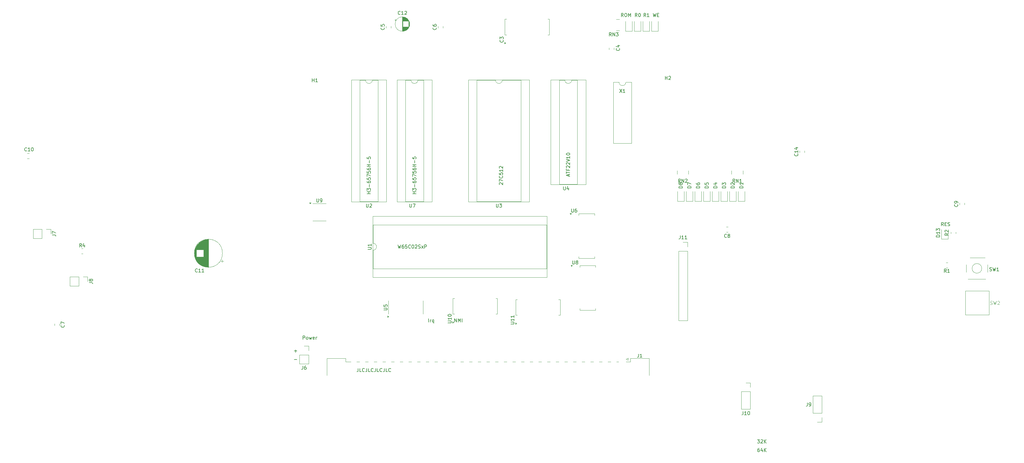
<source format=gbr>
%TF.GenerationSoftware,KiCad,Pcbnew,7.0.11+dfsg-1build4*%
%TF.CreationDate,2025-05-04T19:09:06+02:00*%
%TF.ProjectId,cpu_board_03,6370755f-626f-4617-9264-5f30332e6b69,rev?*%
%TF.SameCoordinates,Original*%
%TF.FileFunction,Legend,Top*%
%TF.FilePolarity,Positive*%
%FSLAX46Y46*%
G04 Gerber Fmt 4.6, Leading zero omitted, Abs format (unit mm)*
G04 Created by KiCad (PCBNEW 7.0.11+dfsg-1build4) date 2025-05-04 19:09:06*
%MOMM*%
%LPD*%
G01*
G04 APERTURE LIST*
%ADD10C,0.150000*%
%ADD11C,0.100000*%
%ADD12C,0.120000*%
G04 APERTURE END LIST*
D10*
X124987207Y-1012819D02*
X124653874Y-536628D01*
X124415779Y-1012819D02*
X124415779Y-12819D01*
X124415779Y-12819D02*
X124796731Y-12819D01*
X124796731Y-12819D02*
X124891969Y-60438D01*
X124891969Y-60438D02*
X124939588Y-108057D01*
X124939588Y-108057D02*
X124987207Y-203295D01*
X124987207Y-203295D02*
X124987207Y-346152D01*
X124987207Y-346152D02*
X124939588Y-441390D01*
X124939588Y-441390D02*
X124891969Y-489009D01*
X124891969Y-489009D02*
X124796731Y-536628D01*
X124796731Y-536628D02*
X124415779Y-536628D01*
X125606255Y-12819D02*
X125701493Y-12819D01*
X125701493Y-12819D02*
X125796731Y-60438D01*
X125796731Y-60438D02*
X125844350Y-108057D01*
X125844350Y-108057D02*
X125891969Y-203295D01*
X125891969Y-203295D02*
X125939588Y-393771D01*
X125939588Y-393771D02*
X125939588Y-631866D01*
X125939588Y-631866D02*
X125891969Y-822342D01*
X125891969Y-822342D02*
X125844350Y-917580D01*
X125844350Y-917580D02*
X125796731Y-965200D01*
X125796731Y-965200D02*
X125701493Y-1012819D01*
X125701493Y-1012819D02*
X125606255Y-1012819D01*
X125606255Y-1012819D02*
X125511017Y-965200D01*
X125511017Y-965200D02*
X125463398Y-917580D01*
X125463398Y-917580D02*
X125415779Y-822342D01*
X125415779Y-822342D02*
X125368160Y-631866D01*
X125368160Y-631866D02*
X125368160Y-393771D01*
X125368160Y-393771D02*
X125415779Y-203295D01*
X125415779Y-203295D02*
X125463398Y-108057D01*
X125463398Y-108057D02*
X125511017Y-60438D01*
X125511017Y-60438D02*
X125606255Y-12819D01*
X160261541Y-125234819D02*
X160880588Y-125234819D01*
X160880588Y-125234819D02*
X160547255Y-125615771D01*
X160547255Y-125615771D02*
X160690112Y-125615771D01*
X160690112Y-125615771D02*
X160785350Y-125663390D01*
X160785350Y-125663390D02*
X160832969Y-125711009D01*
X160832969Y-125711009D02*
X160880588Y-125806247D01*
X160880588Y-125806247D02*
X160880588Y-126044342D01*
X160880588Y-126044342D02*
X160832969Y-126139580D01*
X160832969Y-126139580D02*
X160785350Y-126187200D01*
X160785350Y-126187200D02*
X160690112Y-126234819D01*
X160690112Y-126234819D02*
X160404398Y-126234819D01*
X160404398Y-126234819D02*
X160309160Y-126187200D01*
X160309160Y-126187200D02*
X160261541Y-126139580D01*
X161261541Y-125330057D02*
X161309160Y-125282438D01*
X161309160Y-125282438D02*
X161404398Y-125234819D01*
X161404398Y-125234819D02*
X161642493Y-125234819D01*
X161642493Y-125234819D02*
X161737731Y-125282438D01*
X161737731Y-125282438D02*
X161785350Y-125330057D01*
X161785350Y-125330057D02*
X161832969Y-125425295D01*
X161832969Y-125425295D02*
X161832969Y-125520533D01*
X161832969Y-125520533D02*
X161785350Y-125663390D01*
X161785350Y-125663390D02*
X161213922Y-126234819D01*
X161213922Y-126234819D02*
X161832969Y-126234819D01*
X162261541Y-126234819D02*
X162261541Y-125234819D01*
X162832969Y-126234819D02*
X162404398Y-125663390D01*
X162832969Y-125234819D02*
X162261541Y-125806247D01*
X214788207Y-62444819D02*
X214454874Y-61968628D01*
X214216779Y-62444819D02*
X214216779Y-61444819D01*
X214216779Y-61444819D02*
X214597731Y-61444819D01*
X214597731Y-61444819D02*
X214692969Y-61492438D01*
X214692969Y-61492438D02*
X214740588Y-61540057D01*
X214740588Y-61540057D02*
X214788207Y-61635295D01*
X214788207Y-61635295D02*
X214788207Y-61778152D01*
X214788207Y-61778152D02*
X214740588Y-61873390D01*
X214740588Y-61873390D02*
X214692969Y-61921009D01*
X214692969Y-61921009D02*
X214597731Y-61968628D01*
X214597731Y-61968628D02*
X214216779Y-61968628D01*
X215216779Y-61921009D02*
X215550112Y-61921009D01*
X215692969Y-62444819D02*
X215216779Y-62444819D01*
X215216779Y-62444819D02*
X215216779Y-61444819D01*
X215216779Y-61444819D02*
X215692969Y-61444819D01*
X216073922Y-62397200D02*
X216216779Y-62444819D01*
X216216779Y-62444819D02*
X216454874Y-62444819D01*
X216454874Y-62444819D02*
X216550112Y-62397200D01*
X216550112Y-62397200D02*
X216597731Y-62349580D01*
X216597731Y-62349580D02*
X216645350Y-62254342D01*
X216645350Y-62254342D02*
X216645350Y-62159104D01*
X216645350Y-62159104D02*
X216597731Y-62063866D01*
X216597731Y-62063866D02*
X216550112Y-62016247D01*
X216550112Y-62016247D02*
X216454874Y-61968628D01*
X216454874Y-61968628D02*
X216264398Y-61921009D01*
X216264398Y-61921009D02*
X216169160Y-61873390D01*
X216169160Y-61873390D02*
X216121541Y-61825771D01*
X216121541Y-61825771D02*
X216073922Y-61730533D01*
X216073922Y-61730533D02*
X216073922Y-61635295D01*
X216073922Y-61635295D02*
X216121541Y-61540057D01*
X216121541Y-61540057D02*
X216169160Y-61492438D01*
X216169160Y-61492438D02*
X216264398Y-61444819D01*
X216264398Y-61444819D02*
X216502493Y-61444819D01*
X216502493Y-61444819D02*
X216645350Y-61492438D01*
X43167493Y-104279819D02*
X43167493Y-104994104D01*
X43167493Y-104994104D02*
X43119874Y-105136961D01*
X43119874Y-105136961D02*
X43024636Y-105232200D01*
X43024636Y-105232200D02*
X42881779Y-105279819D01*
X42881779Y-105279819D02*
X42786541Y-105279819D01*
X44119874Y-105279819D02*
X43643684Y-105279819D01*
X43643684Y-105279819D02*
X43643684Y-104279819D01*
X45024636Y-105184580D02*
X44977017Y-105232200D01*
X44977017Y-105232200D02*
X44834160Y-105279819D01*
X44834160Y-105279819D02*
X44738922Y-105279819D01*
X44738922Y-105279819D02*
X44596065Y-105232200D01*
X44596065Y-105232200D02*
X44500827Y-105136961D01*
X44500827Y-105136961D02*
X44453208Y-105041723D01*
X44453208Y-105041723D02*
X44405589Y-104851247D01*
X44405589Y-104851247D02*
X44405589Y-104708390D01*
X44405589Y-104708390D02*
X44453208Y-104517914D01*
X44453208Y-104517914D02*
X44500827Y-104422676D01*
X44500827Y-104422676D02*
X44596065Y-104327438D01*
X44596065Y-104327438D02*
X44738922Y-104279819D01*
X44738922Y-104279819D02*
X44834160Y-104279819D01*
X44834160Y-104279819D02*
X44977017Y-104327438D01*
X44977017Y-104327438D02*
X45024636Y-104375057D01*
X45738922Y-104279819D02*
X45738922Y-104994104D01*
X45738922Y-104994104D02*
X45691303Y-105136961D01*
X45691303Y-105136961D02*
X45596065Y-105232200D01*
X45596065Y-105232200D02*
X45453208Y-105279819D01*
X45453208Y-105279819D02*
X45357970Y-105279819D01*
X46691303Y-105279819D02*
X46215113Y-105279819D01*
X46215113Y-105279819D02*
X46215113Y-104279819D01*
X47596065Y-105184580D02*
X47548446Y-105232200D01*
X47548446Y-105232200D02*
X47405589Y-105279819D01*
X47405589Y-105279819D02*
X47310351Y-105279819D01*
X47310351Y-105279819D02*
X47167494Y-105232200D01*
X47167494Y-105232200D02*
X47072256Y-105136961D01*
X47072256Y-105136961D02*
X47024637Y-105041723D01*
X47024637Y-105041723D02*
X46977018Y-104851247D01*
X46977018Y-104851247D02*
X46977018Y-104708390D01*
X46977018Y-104708390D02*
X47024637Y-104517914D01*
X47024637Y-104517914D02*
X47072256Y-104422676D01*
X47072256Y-104422676D02*
X47167494Y-104327438D01*
X47167494Y-104327438D02*
X47310351Y-104279819D01*
X47310351Y-104279819D02*
X47405589Y-104279819D01*
X47405589Y-104279819D02*
X47548446Y-104327438D01*
X47548446Y-104327438D02*
X47596065Y-104375057D01*
X48310351Y-104279819D02*
X48310351Y-104994104D01*
X48310351Y-104994104D02*
X48262732Y-105136961D01*
X48262732Y-105136961D02*
X48167494Y-105232200D01*
X48167494Y-105232200D02*
X48024637Y-105279819D01*
X48024637Y-105279819D02*
X47929399Y-105279819D01*
X49262732Y-105279819D02*
X48786542Y-105279819D01*
X48786542Y-105279819D02*
X48786542Y-104279819D01*
X50167494Y-105184580D02*
X50119875Y-105232200D01*
X50119875Y-105232200D02*
X49977018Y-105279819D01*
X49977018Y-105279819D02*
X49881780Y-105279819D01*
X49881780Y-105279819D02*
X49738923Y-105232200D01*
X49738923Y-105232200D02*
X49643685Y-105136961D01*
X49643685Y-105136961D02*
X49596066Y-105041723D01*
X49596066Y-105041723D02*
X49548447Y-104851247D01*
X49548447Y-104851247D02*
X49548447Y-104708390D01*
X49548447Y-104708390D02*
X49596066Y-104517914D01*
X49596066Y-104517914D02*
X49643685Y-104422676D01*
X49643685Y-104422676D02*
X49738923Y-104327438D01*
X49738923Y-104327438D02*
X49881780Y-104279819D01*
X49881780Y-104279819D02*
X49977018Y-104279819D01*
X49977018Y-104279819D02*
X50119875Y-104327438D01*
X50119875Y-104327438D02*
X50167494Y-104375057D01*
X50881780Y-104279819D02*
X50881780Y-104994104D01*
X50881780Y-104994104D02*
X50834161Y-105136961D01*
X50834161Y-105136961D02*
X50738923Y-105232200D01*
X50738923Y-105232200D02*
X50596066Y-105279819D01*
X50596066Y-105279819D02*
X50500828Y-105279819D01*
X51834161Y-105279819D02*
X51357971Y-105279819D01*
X51357971Y-105279819D02*
X51357971Y-104279819D01*
X52738923Y-105184580D02*
X52691304Y-105232200D01*
X52691304Y-105232200D02*
X52548447Y-105279819D01*
X52548447Y-105279819D02*
X52453209Y-105279819D01*
X52453209Y-105279819D02*
X52310352Y-105232200D01*
X52310352Y-105232200D02*
X52215114Y-105136961D01*
X52215114Y-105136961D02*
X52167495Y-105041723D01*
X52167495Y-105041723D02*
X52119876Y-104851247D01*
X52119876Y-104851247D02*
X52119876Y-104708390D01*
X52119876Y-104708390D02*
X52167495Y-104517914D01*
X52167495Y-104517914D02*
X52215114Y-104422676D01*
X52215114Y-104422676D02*
X52310352Y-104327438D01*
X52310352Y-104327438D02*
X52453209Y-104279819D01*
X52453209Y-104279819D02*
X52548447Y-104279819D01*
X52548447Y-104279819D02*
X52691304Y-104327438D01*
X52691304Y-104327438D02*
X52738923Y-104375057D01*
X129654541Y-12819D02*
X129892636Y-1012819D01*
X129892636Y-1012819D02*
X130083112Y-298533D01*
X130083112Y-298533D02*
X130273588Y-1012819D01*
X130273588Y-1012819D02*
X130511684Y-12819D01*
X130892636Y-489009D02*
X131225969Y-489009D01*
X131368826Y-1012819D02*
X130892636Y-1012819D01*
X130892636Y-1012819D02*
X130892636Y-12819D01*
X130892636Y-12819D02*
X131368826Y-12819D01*
X160785350Y-127774819D02*
X160594874Y-127774819D01*
X160594874Y-127774819D02*
X160499636Y-127822438D01*
X160499636Y-127822438D02*
X160452017Y-127870057D01*
X160452017Y-127870057D02*
X160356779Y-128012914D01*
X160356779Y-128012914D02*
X160309160Y-128203390D01*
X160309160Y-128203390D02*
X160309160Y-128584342D01*
X160309160Y-128584342D02*
X160356779Y-128679580D01*
X160356779Y-128679580D02*
X160404398Y-128727200D01*
X160404398Y-128727200D02*
X160499636Y-128774819D01*
X160499636Y-128774819D02*
X160690112Y-128774819D01*
X160690112Y-128774819D02*
X160785350Y-128727200D01*
X160785350Y-128727200D02*
X160832969Y-128679580D01*
X160832969Y-128679580D02*
X160880588Y-128584342D01*
X160880588Y-128584342D02*
X160880588Y-128346247D01*
X160880588Y-128346247D02*
X160832969Y-128251009D01*
X160832969Y-128251009D02*
X160785350Y-128203390D01*
X160785350Y-128203390D02*
X160690112Y-128155771D01*
X160690112Y-128155771D02*
X160499636Y-128155771D01*
X160499636Y-128155771D02*
X160404398Y-128203390D01*
X160404398Y-128203390D02*
X160356779Y-128251009D01*
X160356779Y-128251009D02*
X160309160Y-128346247D01*
X161737731Y-128108152D02*
X161737731Y-128774819D01*
X161499636Y-127727200D02*
X161261541Y-128441485D01*
X161261541Y-128441485D02*
X161880588Y-128441485D01*
X162261541Y-128774819D02*
X162261541Y-127774819D01*
X162832969Y-128774819D02*
X162404398Y-128203390D01*
X162832969Y-127774819D02*
X162261541Y-128346247D01*
X24466779Y-101723866D02*
X25228684Y-101723866D01*
X120923207Y-1012819D02*
X120589874Y-536628D01*
X120351779Y-1012819D02*
X120351779Y-12819D01*
X120351779Y-12819D02*
X120732731Y-12819D01*
X120732731Y-12819D02*
X120827969Y-60438D01*
X120827969Y-60438D02*
X120875588Y-108057D01*
X120875588Y-108057D02*
X120923207Y-203295D01*
X120923207Y-203295D02*
X120923207Y-346152D01*
X120923207Y-346152D02*
X120875588Y-441390D01*
X120875588Y-441390D02*
X120827969Y-489009D01*
X120827969Y-489009D02*
X120732731Y-536628D01*
X120732731Y-536628D02*
X120351779Y-536628D01*
X121542255Y-12819D02*
X121732731Y-12819D01*
X121732731Y-12819D02*
X121827969Y-60438D01*
X121827969Y-60438D02*
X121923207Y-155676D01*
X121923207Y-155676D02*
X121970826Y-346152D01*
X121970826Y-346152D02*
X121970826Y-679485D01*
X121970826Y-679485D02*
X121923207Y-869961D01*
X121923207Y-869961D02*
X121827969Y-965200D01*
X121827969Y-965200D02*
X121732731Y-1012819D01*
X121732731Y-1012819D02*
X121542255Y-1012819D01*
X121542255Y-1012819D02*
X121447017Y-965200D01*
X121447017Y-965200D02*
X121351779Y-869961D01*
X121351779Y-869961D02*
X121304160Y-679485D01*
X121304160Y-679485D02*
X121304160Y-346152D01*
X121304160Y-346152D02*
X121351779Y-155676D01*
X121351779Y-155676D02*
X121447017Y-60438D01*
X121447017Y-60438D02*
X121542255Y-12819D01*
X122399398Y-1012819D02*
X122399398Y-12819D01*
X122399398Y-12819D02*
X122732731Y-727104D01*
X122732731Y-727104D02*
X123066064Y-12819D01*
X123066064Y-12819D02*
X123066064Y-1012819D01*
X24466779Y-99183866D02*
X25228684Y-99183866D01*
X24847731Y-99564819D02*
X24847731Y-98802914D01*
X27006779Y-95754819D02*
X27006779Y-94754819D01*
X27006779Y-94754819D02*
X27387731Y-94754819D01*
X27387731Y-94754819D02*
X27482969Y-94802438D01*
X27482969Y-94802438D02*
X27530588Y-94850057D01*
X27530588Y-94850057D02*
X27578207Y-94945295D01*
X27578207Y-94945295D02*
X27578207Y-95088152D01*
X27578207Y-95088152D02*
X27530588Y-95183390D01*
X27530588Y-95183390D02*
X27482969Y-95231009D01*
X27482969Y-95231009D02*
X27387731Y-95278628D01*
X27387731Y-95278628D02*
X27006779Y-95278628D01*
X28149636Y-95754819D02*
X28054398Y-95707200D01*
X28054398Y-95707200D02*
X28006779Y-95659580D01*
X28006779Y-95659580D02*
X27959160Y-95564342D01*
X27959160Y-95564342D02*
X27959160Y-95278628D01*
X27959160Y-95278628D02*
X28006779Y-95183390D01*
X28006779Y-95183390D02*
X28054398Y-95135771D01*
X28054398Y-95135771D02*
X28149636Y-95088152D01*
X28149636Y-95088152D02*
X28292493Y-95088152D01*
X28292493Y-95088152D02*
X28387731Y-95135771D01*
X28387731Y-95135771D02*
X28435350Y-95183390D01*
X28435350Y-95183390D02*
X28482969Y-95278628D01*
X28482969Y-95278628D02*
X28482969Y-95564342D01*
X28482969Y-95564342D02*
X28435350Y-95659580D01*
X28435350Y-95659580D02*
X28387731Y-95707200D01*
X28387731Y-95707200D02*
X28292493Y-95754819D01*
X28292493Y-95754819D02*
X28149636Y-95754819D01*
X28816303Y-95088152D02*
X29006779Y-95754819D01*
X29006779Y-95754819D02*
X29197255Y-95278628D01*
X29197255Y-95278628D02*
X29387731Y-95754819D01*
X29387731Y-95754819D02*
X29578207Y-95088152D01*
X30340112Y-95707200D02*
X30244874Y-95754819D01*
X30244874Y-95754819D02*
X30054398Y-95754819D01*
X30054398Y-95754819D02*
X29959160Y-95707200D01*
X29959160Y-95707200D02*
X29911541Y-95611961D01*
X29911541Y-95611961D02*
X29911541Y-95231009D01*
X29911541Y-95231009D02*
X29959160Y-95135771D01*
X29959160Y-95135771D02*
X30054398Y-95088152D01*
X30054398Y-95088152D02*
X30244874Y-95088152D01*
X30244874Y-95088152D02*
X30340112Y-95135771D01*
X30340112Y-95135771D02*
X30387731Y-95231009D01*
X30387731Y-95231009D02*
X30387731Y-95326247D01*
X30387731Y-95326247D02*
X29911541Y-95421485D01*
X30816303Y-95754819D02*
X30816303Y-95088152D01*
X30816303Y-95278628D02*
X30863922Y-95183390D01*
X30863922Y-95183390D02*
X30911541Y-95135771D01*
X30911541Y-95135771D02*
X31006779Y-95088152D01*
X31006779Y-95088152D02*
X31102017Y-95088152D01*
X127527207Y-1012819D02*
X127193874Y-536628D01*
X126955779Y-1012819D02*
X126955779Y-12819D01*
X126955779Y-12819D02*
X127336731Y-12819D01*
X127336731Y-12819D02*
X127431969Y-60438D01*
X127431969Y-60438D02*
X127479588Y-108057D01*
X127479588Y-108057D02*
X127527207Y-203295D01*
X127527207Y-203295D02*
X127527207Y-346152D01*
X127527207Y-346152D02*
X127479588Y-441390D01*
X127479588Y-441390D02*
X127431969Y-489009D01*
X127431969Y-489009D02*
X127336731Y-536628D01*
X127336731Y-536628D02*
X126955779Y-536628D01*
X128479588Y-1012819D02*
X127908160Y-1012819D01*
X128193874Y-1012819D02*
X128193874Y-12819D01*
X128193874Y-12819D02*
X128098636Y-155676D01*
X128098636Y-155676D02*
X128003398Y-250914D01*
X128003398Y-250914D02*
X127908160Y-298533D01*
X71456779Y-90674819D02*
X71456779Y-89674819D01*
X71456779Y-89674819D02*
X72028207Y-90674819D01*
X72028207Y-90674819D02*
X72028207Y-89674819D01*
X72504398Y-90674819D02*
X72504398Y-89674819D01*
X72504398Y-89674819D02*
X72837731Y-90389104D01*
X72837731Y-90389104D02*
X73171064Y-89674819D01*
X73171064Y-89674819D02*
X73171064Y-90674819D01*
X73647255Y-90674819D02*
X73647255Y-89674819D01*
X63836779Y-90674819D02*
X63836779Y-89674819D01*
X64312969Y-90674819D02*
X64312969Y-90008152D01*
X64312969Y-90198628D02*
X64360588Y-90103390D01*
X64360588Y-90103390D02*
X64408207Y-90055771D01*
X64408207Y-90055771D02*
X64503445Y-90008152D01*
X64503445Y-90008152D02*
X64598683Y-90008152D01*
X65360588Y-90008152D02*
X65360588Y-91008152D01*
X65360588Y-90627200D02*
X65265350Y-90674819D01*
X65265350Y-90674819D02*
X65074874Y-90674819D01*
X65074874Y-90674819D02*
X64979636Y-90627200D01*
X64979636Y-90627200D02*
X64932017Y-90579580D01*
X64932017Y-90579580D02*
X64884398Y-90484342D01*
X64884398Y-90484342D02*
X64884398Y-90198628D01*
X64884398Y-90198628D02*
X64932017Y-90103390D01*
X64932017Y-90103390D02*
X64979636Y-90055771D01*
X64979636Y-90055771D02*
X65074874Y-90008152D01*
X65074874Y-90008152D02*
X65265350Y-90008152D01*
X65265350Y-90008152D02*
X65360588Y-90055771D01*
X87919819Y-91288094D02*
X88729342Y-91288094D01*
X88729342Y-91288094D02*
X88824580Y-91240475D01*
X88824580Y-91240475D02*
X88872200Y-91192856D01*
X88872200Y-91192856D02*
X88919819Y-91097618D01*
X88919819Y-91097618D02*
X88919819Y-90907142D01*
X88919819Y-90907142D02*
X88872200Y-90811904D01*
X88872200Y-90811904D02*
X88824580Y-90764285D01*
X88824580Y-90764285D02*
X88729342Y-90716666D01*
X88729342Y-90716666D02*
X87919819Y-90716666D01*
X88919819Y-89716666D02*
X88919819Y-90288094D01*
X88919819Y-90002380D02*
X87919819Y-90002380D01*
X87919819Y-90002380D02*
X88062676Y-90097618D01*
X88062676Y-90097618D02*
X88157914Y-90192856D01*
X88157914Y-90192856D02*
X88205533Y-90288094D01*
X88919819Y-88764285D02*
X88919819Y-89335713D01*
X88919819Y-89049999D02*
X87919819Y-89049999D01*
X87919819Y-89049999D02*
X88062676Y-89145237D01*
X88062676Y-89145237D02*
X88157914Y-89240475D01*
X88157914Y-89240475D02*
X88205533Y-89335713D01*
X69504819Y-90958094D02*
X70314342Y-90958094D01*
X70314342Y-90958094D02*
X70409580Y-90910475D01*
X70409580Y-90910475D02*
X70457200Y-90862856D01*
X70457200Y-90862856D02*
X70504819Y-90767618D01*
X70504819Y-90767618D02*
X70504819Y-90577142D01*
X70504819Y-90577142D02*
X70457200Y-90481904D01*
X70457200Y-90481904D02*
X70409580Y-90434285D01*
X70409580Y-90434285D02*
X70314342Y-90386666D01*
X70314342Y-90386666D02*
X69504819Y-90386666D01*
X70504819Y-89386666D02*
X70504819Y-89958094D01*
X70504819Y-89672380D02*
X69504819Y-89672380D01*
X69504819Y-89672380D02*
X69647676Y-89767618D01*
X69647676Y-89767618D02*
X69742914Y-89862856D01*
X69742914Y-89862856D02*
X69790533Y-89958094D01*
X69504819Y-88767618D02*
X69504819Y-88672380D01*
X69504819Y-88672380D02*
X69552438Y-88577142D01*
X69552438Y-88577142D02*
X69600057Y-88529523D01*
X69600057Y-88529523D02*
X69695295Y-88481904D01*
X69695295Y-88481904D02*
X69885771Y-88434285D01*
X69885771Y-88434285D02*
X70123866Y-88434285D01*
X70123866Y-88434285D02*
X70314342Y-88481904D01*
X70314342Y-88481904D02*
X70409580Y-88529523D01*
X70409580Y-88529523D02*
X70457200Y-88577142D01*
X70457200Y-88577142D02*
X70504819Y-88672380D01*
X70504819Y-88672380D02*
X70504819Y-88767618D01*
X70504819Y-88767618D02*
X70457200Y-88862856D01*
X70457200Y-88862856D02*
X70409580Y-88910475D01*
X70409580Y-88910475D02*
X70314342Y-88958094D01*
X70314342Y-88958094D02*
X70123866Y-89005713D01*
X70123866Y-89005713D02*
X69885771Y-89005713D01*
X69885771Y-89005713D02*
X69695295Y-88958094D01*
X69695295Y-88958094D02*
X69600057Y-88910475D01*
X69600057Y-88910475D02*
X69552438Y-88862856D01*
X69552438Y-88862856D02*
X69504819Y-88767618D01*
X106038095Y-72679819D02*
X106038095Y-73489342D01*
X106038095Y-73489342D02*
X106085714Y-73584580D01*
X106085714Y-73584580D02*
X106133333Y-73632200D01*
X106133333Y-73632200D02*
X106228571Y-73679819D01*
X106228571Y-73679819D02*
X106419047Y-73679819D01*
X106419047Y-73679819D02*
X106514285Y-73632200D01*
X106514285Y-73632200D02*
X106561904Y-73584580D01*
X106561904Y-73584580D02*
X106609523Y-73489342D01*
X106609523Y-73489342D02*
X106609523Y-72679819D01*
X107228571Y-73108390D02*
X107133333Y-73060771D01*
X107133333Y-73060771D02*
X107085714Y-73013152D01*
X107085714Y-73013152D02*
X107038095Y-72917914D01*
X107038095Y-72917914D02*
X107038095Y-72870295D01*
X107038095Y-72870295D02*
X107085714Y-72775057D01*
X107085714Y-72775057D02*
X107133333Y-72727438D01*
X107133333Y-72727438D02*
X107228571Y-72679819D01*
X107228571Y-72679819D02*
X107419047Y-72679819D01*
X107419047Y-72679819D02*
X107514285Y-72727438D01*
X107514285Y-72727438D02*
X107561904Y-72775057D01*
X107561904Y-72775057D02*
X107609523Y-72870295D01*
X107609523Y-72870295D02*
X107609523Y-72917914D01*
X107609523Y-72917914D02*
X107561904Y-73013152D01*
X107561904Y-73013152D02*
X107514285Y-73060771D01*
X107514285Y-73060771D02*
X107419047Y-73108390D01*
X107419047Y-73108390D02*
X107228571Y-73108390D01*
X107228571Y-73108390D02*
X107133333Y-73156009D01*
X107133333Y-73156009D02*
X107085714Y-73203628D01*
X107085714Y-73203628D02*
X107038095Y-73298866D01*
X107038095Y-73298866D02*
X107038095Y-73489342D01*
X107038095Y-73489342D02*
X107085714Y-73584580D01*
X107085714Y-73584580D02*
X107133333Y-73632200D01*
X107133333Y-73632200D02*
X107228571Y-73679819D01*
X107228571Y-73679819D02*
X107419047Y-73679819D01*
X107419047Y-73679819D02*
X107514285Y-73632200D01*
X107514285Y-73632200D02*
X107561904Y-73584580D01*
X107561904Y-73584580D02*
X107609523Y-73489342D01*
X107609523Y-73489342D02*
X107609523Y-73298866D01*
X107609523Y-73298866D02*
X107561904Y-73203628D01*
X107561904Y-73203628D02*
X107514285Y-73156009D01*
X107514285Y-73156009D02*
X107419047Y-73108390D01*
X105733095Y-57439819D02*
X105733095Y-58249342D01*
X105733095Y-58249342D02*
X105780714Y-58344580D01*
X105780714Y-58344580D02*
X105828333Y-58392200D01*
X105828333Y-58392200D02*
X105923571Y-58439819D01*
X105923571Y-58439819D02*
X106114047Y-58439819D01*
X106114047Y-58439819D02*
X106209285Y-58392200D01*
X106209285Y-58392200D02*
X106256904Y-58344580D01*
X106256904Y-58344580D02*
X106304523Y-58249342D01*
X106304523Y-58249342D02*
X106304523Y-57439819D01*
X107209285Y-57439819D02*
X107018809Y-57439819D01*
X107018809Y-57439819D02*
X106923571Y-57487438D01*
X106923571Y-57487438D02*
X106875952Y-57535057D01*
X106875952Y-57535057D02*
X106780714Y-57677914D01*
X106780714Y-57677914D02*
X106733095Y-57868390D01*
X106733095Y-57868390D02*
X106733095Y-58249342D01*
X106733095Y-58249342D02*
X106780714Y-58344580D01*
X106780714Y-58344580D02*
X106828333Y-58392200D01*
X106828333Y-58392200D02*
X106923571Y-58439819D01*
X106923571Y-58439819D02*
X107114047Y-58439819D01*
X107114047Y-58439819D02*
X107209285Y-58392200D01*
X107209285Y-58392200D02*
X107256904Y-58344580D01*
X107256904Y-58344580D02*
X107304523Y-58249342D01*
X107304523Y-58249342D02*
X107304523Y-58011247D01*
X107304523Y-58011247D02*
X107256904Y-57916009D01*
X107256904Y-57916009D02*
X107209285Y-57868390D01*
X107209285Y-57868390D02*
X107114047Y-57820771D01*
X107114047Y-57820771D02*
X106923571Y-57820771D01*
X106923571Y-57820771D02*
X106828333Y-57868390D01*
X106828333Y-57868390D02*
X106780714Y-57916009D01*
X106780714Y-57916009D02*
X106733095Y-58011247D01*
X50704819Y-87156904D02*
X51514342Y-87156904D01*
X51514342Y-87156904D02*
X51609580Y-87109285D01*
X51609580Y-87109285D02*
X51657200Y-87061666D01*
X51657200Y-87061666D02*
X51704819Y-86966428D01*
X51704819Y-86966428D02*
X51704819Y-86775952D01*
X51704819Y-86775952D02*
X51657200Y-86680714D01*
X51657200Y-86680714D02*
X51609580Y-86633095D01*
X51609580Y-86633095D02*
X51514342Y-86585476D01*
X51514342Y-86585476D02*
X50704819Y-86585476D01*
X50704819Y-85633095D02*
X50704819Y-86109285D01*
X50704819Y-86109285D02*
X51181009Y-86156904D01*
X51181009Y-86156904D02*
X51133390Y-86109285D01*
X51133390Y-86109285D02*
X51085771Y-86014047D01*
X51085771Y-86014047D02*
X51085771Y-85775952D01*
X51085771Y-85775952D02*
X51133390Y-85680714D01*
X51133390Y-85680714D02*
X51181009Y-85633095D01*
X51181009Y-85633095D02*
X51276247Y-85585476D01*
X51276247Y-85585476D02*
X51514342Y-85585476D01*
X51514342Y-85585476D02*
X51609580Y-85633095D01*
X51609580Y-85633095D02*
X51657200Y-85680714D01*
X51657200Y-85680714D02*
X51704819Y-85775952D01*
X51704819Y-85775952D02*
X51704819Y-86014047D01*
X51704819Y-86014047D02*
X51657200Y-86109285D01*
X51657200Y-86109285D02*
X51609580Y-86156904D01*
X85649580Y-7899166D02*
X85697200Y-7946785D01*
X85697200Y-7946785D02*
X85744819Y-8089642D01*
X85744819Y-8089642D02*
X85744819Y-8184880D01*
X85744819Y-8184880D02*
X85697200Y-8327737D01*
X85697200Y-8327737D02*
X85601961Y-8422975D01*
X85601961Y-8422975D02*
X85506723Y-8470594D01*
X85506723Y-8470594D02*
X85316247Y-8518213D01*
X85316247Y-8518213D02*
X85173390Y-8518213D01*
X85173390Y-8518213D02*
X84982914Y-8470594D01*
X84982914Y-8470594D02*
X84887676Y-8422975D01*
X84887676Y-8422975D02*
X84792438Y-8327737D01*
X84792438Y-8327737D02*
X84744819Y-8184880D01*
X84744819Y-8184880D02*
X84744819Y-8089642D01*
X84744819Y-8089642D02*
X84792438Y-7946785D01*
X84792438Y-7946785D02*
X84840057Y-7899166D01*
X84744819Y-7565832D02*
X84744819Y-6946785D01*
X84744819Y-6946785D02*
X85125771Y-7280118D01*
X85125771Y-7280118D02*
X85125771Y-7137261D01*
X85125771Y-7137261D02*
X85173390Y-7042023D01*
X85173390Y-7042023D02*
X85221009Y-6994404D01*
X85221009Y-6994404D02*
X85316247Y-6946785D01*
X85316247Y-6946785D02*
X85554342Y-6946785D01*
X85554342Y-6946785D02*
X85649580Y-6994404D01*
X85649580Y-6994404D02*
X85697200Y-7042023D01*
X85697200Y-7042023D02*
X85744819Y-7137261D01*
X85744819Y-7137261D02*
X85744819Y-7422975D01*
X85744819Y-7422975D02*
X85697200Y-7518213D01*
X85697200Y-7518213D02*
X85649580Y-7565832D01*
X31023095Y-54474819D02*
X31023095Y-55284342D01*
X31023095Y-55284342D02*
X31070714Y-55379580D01*
X31070714Y-55379580D02*
X31118333Y-55427200D01*
X31118333Y-55427200D02*
X31213571Y-55474819D01*
X31213571Y-55474819D02*
X31404047Y-55474819D01*
X31404047Y-55474819D02*
X31499285Y-55427200D01*
X31499285Y-55427200D02*
X31546904Y-55379580D01*
X31546904Y-55379580D02*
X31594523Y-55284342D01*
X31594523Y-55284342D02*
X31594523Y-54474819D01*
X32118333Y-55474819D02*
X32308809Y-55474819D01*
X32308809Y-55474819D02*
X32404047Y-55427200D01*
X32404047Y-55427200D02*
X32451666Y-55379580D01*
X32451666Y-55379580D02*
X32546904Y-55236723D01*
X32546904Y-55236723D02*
X32594523Y-55046247D01*
X32594523Y-55046247D02*
X32594523Y-54665295D01*
X32594523Y-54665295D02*
X32546904Y-54570057D01*
X32546904Y-54570057D02*
X32499285Y-54522438D01*
X32499285Y-54522438D02*
X32404047Y-54474819D01*
X32404047Y-54474819D02*
X32213571Y-54474819D01*
X32213571Y-54474819D02*
X32118333Y-54522438D01*
X32118333Y-54522438D02*
X32070714Y-54570057D01*
X32070714Y-54570057D02*
X32023095Y-54665295D01*
X32023095Y-54665295D02*
X32023095Y-54903390D01*
X32023095Y-54903390D02*
X32070714Y-54998628D01*
X32070714Y-54998628D02*
X32118333Y-55046247D01*
X32118333Y-55046247D02*
X32213571Y-55093866D01*
X32213571Y-55093866D02*
X32404047Y-55093866D01*
X32404047Y-55093866D02*
X32499285Y-55046247D01*
X32499285Y-55046247D02*
X32546904Y-54998628D01*
X32546904Y-54998628D02*
X32594523Y-54903390D01*
X58293095Y-55969819D02*
X58293095Y-56779342D01*
X58293095Y-56779342D02*
X58340714Y-56874580D01*
X58340714Y-56874580D02*
X58388333Y-56922200D01*
X58388333Y-56922200D02*
X58483571Y-56969819D01*
X58483571Y-56969819D02*
X58674047Y-56969819D01*
X58674047Y-56969819D02*
X58769285Y-56922200D01*
X58769285Y-56922200D02*
X58816904Y-56874580D01*
X58816904Y-56874580D02*
X58864523Y-56779342D01*
X58864523Y-56779342D02*
X58864523Y-55969819D01*
X59245476Y-55969819D02*
X59912142Y-55969819D01*
X59912142Y-55969819D02*
X59483571Y-56969819D01*
X60144819Y-53005951D02*
X59144819Y-53005951D01*
X59621009Y-53005951D02*
X59621009Y-52434523D01*
X60144819Y-52434523D02*
X59144819Y-52434523D01*
X59144819Y-52053570D02*
X59144819Y-51434523D01*
X59144819Y-51434523D02*
X59525771Y-51767856D01*
X59525771Y-51767856D02*
X59525771Y-51624999D01*
X59525771Y-51624999D02*
X59573390Y-51529761D01*
X59573390Y-51529761D02*
X59621009Y-51482142D01*
X59621009Y-51482142D02*
X59716247Y-51434523D01*
X59716247Y-51434523D02*
X59954342Y-51434523D01*
X59954342Y-51434523D02*
X60049580Y-51482142D01*
X60049580Y-51482142D02*
X60097200Y-51529761D01*
X60097200Y-51529761D02*
X60144819Y-51624999D01*
X60144819Y-51624999D02*
X60144819Y-51910713D01*
X60144819Y-51910713D02*
X60097200Y-52005951D01*
X60097200Y-52005951D02*
X60049580Y-52053570D01*
X59763866Y-51005951D02*
X59763866Y-50244047D01*
X59144819Y-49339285D02*
X59144819Y-49529761D01*
X59144819Y-49529761D02*
X59192438Y-49624999D01*
X59192438Y-49624999D02*
X59240057Y-49672618D01*
X59240057Y-49672618D02*
X59382914Y-49767856D01*
X59382914Y-49767856D02*
X59573390Y-49815475D01*
X59573390Y-49815475D02*
X59954342Y-49815475D01*
X59954342Y-49815475D02*
X60049580Y-49767856D01*
X60049580Y-49767856D02*
X60097200Y-49720237D01*
X60097200Y-49720237D02*
X60144819Y-49624999D01*
X60144819Y-49624999D02*
X60144819Y-49434523D01*
X60144819Y-49434523D02*
X60097200Y-49339285D01*
X60097200Y-49339285D02*
X60049580Y-49291666D01*
X60049580Y-49291666D02*
X59954342Y-49244047D01*
X59954342Y-49244047D02*
X59716247Y-49244047D01*
X59716247Y-49244047D02*
X59621009Y-49291666D01*
X59621009Y-49291666D02*
X59573390Y-49339285D01*
X59573390Y-49339285D02*
X59525771Y-49434523D01*
X59525771Y-49434523D02*
X59525771Y-49624999D01*
X59525771Y-49624999D02*
X59573390Y-49720237D01*
X59573390Y-49720237D02*
X59621009Y-49767856D01*
X59621009Y-49767856D02*
X59716247Y-49815475D01*
X59144819Y-48339285D02*
X59144819Y-48815475D01*
X59144819Y-48815475D02*
X59621009Y-48863094D01*
X59621009Y-48863094D02*
X59573390Y-48815475D01*
X59573390Y-48815475D02*
X59525771Y-48720237D01*
X59525771Y-48720237D02*
X59525771Y-48482142D01*
X59525771Y-48482142D02*
X59573390Y-48386904D01*
X59573390Y-48386904D02*
X59621009Y-48339285D01*
X59621009Y-48339285D02*
X59716247Y-48291666D01*
X59716247Y-48291666D02*
X59954342Y-48291666D01*
X59954342Y-48291666D02*
X60049580Y-48339285D01*
X60049580Y-48339285D02*
X60097200Y-48386904D01*
X60097200Y-48386904D02*
X60144819Y-48482142D01*
X60144819Y-48482142D02*
X60144819Y-48720237D01*
X60144819Y-48720237D02*
X60097200Y-48815475D01*
X60097200Y-48815475D02*
X60049580Y-48863094D01*
X59144819Y-47958332D02*
X59144819Y-47291666D01*
X59144819Y-47291666D02*
X60144819Y-47720237D01*
X59144819Y-46434523D02*
X59144819Y-46910713D01*
X59144819Y-46910713D02*
X59621009Y-46958332D01*
X59621009Y-46958332D02*
X59573390Y-46910713D01*
X59573390Y-46910713D02*
X59525771Y-46815475D01*
X59525771Y-46815475D02*
X59525771Y-46577380D01*
X59525771Y-46577380D02*
X59573390Y-46482142D01*
X59573390Y-46482142D02*
X59621009Y-46434523D01*
X59621009Y-46434523D02*
X59716247Y-46386904D01*
X59716247Y-46386904D02*
X59954342Y-46386904D01*
X59954342Y-46386904D02*
X60049580Y-46434523D01*
X60049580Y-46434523D02*
X60097200Y-46482142D01*
X60097200Y-46482142D02*
X60144819Y-46577380D01*
X60144819Y-46577380D02*
X60144819Y-46815475D01*
X60144819Y-46815475D02*
X60097200Y-46910713D01*
X60097200Y-46910713D02*
X60049580Y-46958332D01*
X59144819Y-45529761D02*
X59144819Y-45720237D01*
X59144819Y-45720237D02*
X59192438Y-45815475D01*
X59192438Y-45815475D02*
X59240057Y-45863094D01*
X59240057Y-45863094D02*
X59382914Y-45958332D01*
X59382914Y-45958332D02*
X59573390Y-46005951D01*
X59573390Y-46005951D02*
X59954342Y-46005951D01*
X59954342Y-46005951D02*
X60049580Y-45958332D01*
X60049580Y-45958332D02*
X60097200Y-45910713D01*
X60097200Y-45910713D02*
X60144819Y-45815475D01*
X60144819Y-45815475D02*
X60144819Y-45624999D01*
X60144819Y-45624999D02*
X60097200Y-45529761D01*
X60097200Y-45529761D02*
X60049580Y-45482142D01*
X60049580Y-45482142D02*
X59954342Y-45434523D01*
X59954342Y-45434523D02*
X59716247Y-45434523D01*
X59716247Y-45434523D02*
X59621009Y-45482142D01*
X59621009Y-45482142D02*
X59573390Y-45529761D01*
X59573390Y-45529761D02*
X59525771Y-45624999D01*
X59525771Y-45624999D02*
X59525771Y-45815475D01*
X59525771Y-45815475D02*
X59573390Y-45910713D01*
X59573390Y-45910713D02*
X59621009Y-45958332D01*
X59621009Y-45958332D02*
X59716247Y-46005951D01*
X60144819Y-45005951D02*
X59144819Y-45005951D01*
X59621009Y-45005951D02*
X59621009Y-44434523D01*
X60144819Y-44434523D02*
X59144819Y-44434523D01*
X59763866Y-43958332D02*
X59763866Y-43196428D01*
X59144819Y-42244047D02*
X59144819Y-42720237D01*
X59144819Y-42720237D02*
X59621009Y-42767856D01*
X59621009Y-42767856D02*
X59573390Y-42720237D01*
X59573390Y-42720237D02*
X59525771Y-42624999D01*
X59525771Y-42624999D02*
X59525771Y-42386904D01*
X59525771Y-42386904D02*
X59573390Y-42291666D01*
X59573390Y-42291666D02*
X59621009Y-42244047D01*
X59621009Y-42244047D02*
X59716247Y-42196428D01*
X59716247Y-42196428D02*
X59954342Y-42196428D01*
X59954342Y-42196428D02*
X60049580Y-42244047D01*
X60049580Y-42244047D02*
X60097200Y-42291666D01*
X60097200Y-42291666D02*
X60144819Y-42386904D01*
X60144819Y-42386904D02*
X60144819Y-42624999D01*
X60144819Y-42624999D02*
X60097200Y-42720237D01*
X60097200Y-42720237D02*
X60049580Y-42767856D01*
D11*
X228536667Y-85499800D02*
X228679524Y-85547419D01*
X228679524Y-85547419D02*
X228917619Y-85547419D01*
X228917619Y-85547419D02*
X229012857Y-85499800D01*
X229012857Y-85499800D02*
X229060476Y-85452180D01*
X229060476Y-85452180D02*
X229108095Y-85356942D01*
X229108095Y-85356942D02*
X229108095Y-85261704D01*
X229108095Y-85261704D02*
X229060476Y-85166466D01*
X229060476Y-85166466D02*
X229012857Y-85118847D01*
X229012857Y-85118847D02*
X228917619Y-85071228D01*
X228917619Y-85071228D02*
X228727143Y-85023609D01*
X228727143Y-85023609D02*
X228631905Y-84975990D01*
X228631905Y-84975990D02*
X228584286Y-84928371D01*
X228584286Y-84928371D02*
X228536667Y-84833133D01*
X228536667Y-84833133D02*
X228536667Y-84737895D01*
X228536667Y-84737895D02*
X228584286Y-84642657D01*
X228584286Y-84642657D02*
X228631905Y-84595038D01*
X228631905Y-84595038D02*
X228727143Y-84547419D01*
X228727143Y-84547419D02*
X228965238Y-84547419D01*
X228965238Y-84547419D02*
X229108095Y-84595038D01*
X229441429Y-84547419D02*
X229679524Y-85547419D01*
X229679524Y-85547419D02*
X229870000Y-84833133D01*
X229870000Y-84833133D02*
X230060476Y-85547419D01*
X230060476Y-85547419D02*
X230298572Y-84547419D01*
X230631905Y-84642657D02*
X230679524Y-84595038D01*
X230679524Y-84595038D02*
X230774762Y-84547419D01*
X230774762Y-84547419D02*
X231012857Y-84547419D01*
X231012857Y-84547419D02*
X231108095Y-84595038D01*
X231108095Y-84595038D02*
X231155714Y-84642657D01*
X231155714Y-84642657D02*
X231203333Y-84737895D01*
X231203333Y-84737895D02*
X231203333Y-84833133D01*
X231203333Y-84833133D02*
X231155714Y-84975990D01*
X231155714Y-84975990D02*
X230584286Y-85547419D01*
X230584286Y-85547419D02*
X231203333Y-85547419D01*
D10*
X143329819Y-51293094D02*
X142329819Y-51293094D01*
X142329819Y-51293094D02*
X142329819Y-51054999D01*
X142329819Y-51054999D02*
X142377438Y-50912142D01*
X142377438Y-50912142D02*
X142472676Y-50816904D01*
X142472676Y-50816904D02*
X142567914Y-50769285D01*
X142567914Y-50769285D02*
X142758390Y-50721666D01*
X142758390Y-50721666D02*
X142901247Y-50721666D01*
X142901247Y-50721666D02*
X143091723Y-50769285D01*
X143091723Y-50769285D02*
X143186961Y-50816904D01*
X143186961Y-50816904D02*
X143282200Y-50912142D01*
X143282200Y-50912142D02*
X143329819Y-51054999D01*
X143329819Y-51054999D02*
X143329819Y-51293094D01*
X142329819Y-49864523D02*
X142329819Y-50054999D01*
X142329819Y-50054999D02*
X142377438Y-50150237D01*
X142377438Y-50150237D02*
X142425057Y-50197856D01*
X142425057Y-50197856D02*
X142567914Y-50293094D01*
X142567914Y-50293094D02*
X142758390Y-50340713D01*
X142758390Y-50340713D02*
X143139342Y-50340713D01*
X143139342Y-50340713D02*
X143234580Y-50293094D01*
X143234580Y-50293094D02*
X143282200Y-50245475D01*
X143282200Y-50245475D02*
X143329819Y-50150237D01*
X143329819Y-50150237D02*
X143329819Y-49959761D01*
X143329819Y-49959761D02*
X143282200Y-49864523D01*
X143282200Y-49864523D02*
X143234580Y-49816904D01*
X143234580Y-49816904D02*
X143139342Y-49769285D01*
X143139342Y-49769285D02*
X142901247Y-49769285D01*
X142901247Y-49769285D02*
X142806009Y-49816904D01*
X142806009Y-49816904D02*
X142758390Y-49864523D01*
X142758390Y-49864523D02*
X142710771Y-49959761D01*
X142710771Y-49959761D02*
X142710771Y-50150237D01*
X142710771Y-50150237D02*
X142758390Y-50245475D01*
X142758390Y-50245475D02*
X142806009Y-50293094D01*
X142806009Y-50293094D02*
X142901247Y-50340713D01*
X45593095Y-55969819D02*
X45593095Y-56779342D01*
X45593095Y-56779342D02*
X45640714Y-56874580D01*
X45640714Y-56874580D02*
X45688333Y-56922200D01*
X45688333Y-56922200D02*
X45783571Y-56969819D01*
X45783571Y-56969819D02*
X45974047Y-56969819D01*
X45974047Y-56969819D02*
X46069285Y-56922200D01*
X46069285Y-56922200D02*
X46116904Y-56874580D01*
X46116904Y-56874580D02*
X46164523Y-56779342D01*
X46164523Y-56779342D02*
X46164523Y-55969819D01*
X46593095Y-56065057D02*
X46640714Y-56017438D01*
X46640714Y-56017438D02*
X46735952Y-55969819D01*
X46735952Y-55969819D02*
X46974047Y-55969819D01*
X46974047Y-55969819D02*
X47069285Y-56017438D01*
X47069285Y-56017438D02*
X47116904Y-56065057D01*
X47116904Y-56065057D02*
X47164523Y-56160295D01*
X47164523Y-56160295D02*
X47164523Y-56255533D01*
X47164523Y-56255533D02*
X47116904Y-56398390D01*
X47116904Y-56398390D02*
X46545476Y-56969819D01*
X46545476Y-56969819D02*
X47164523Y-56969819D01*
X46809819Y-53005951D02*
X45809819Y-53005951D01*
X46286009Y-53005951D02*
X46286009Y-52434523D01*
X46809819Y-52434523D02*
X45809819Y-52434523D01*
X45809819Y-52053570D02*
X45809819Y-51434523D01*
X45809819Y-51434523D02*
X46190771Y-51767856D01*
X46190771Y-51767856D02*
X46190771Y-51624999D01*
X46190771Y-51624999D02*
X46238390Y-51529761D01*
X46238390Y-51529761D02*
X46286009Y-51482142D01*
X46286009Y-51482142D02*
X46381247Y-51434523D01*
X46381247Y-51434523D02*
X46619342Y-51434523D01*
X46619342Y-51434523D02*
X46714580Y-51482142D01*
X46714580Y-51482142D02*
X46762200Y-51529761D01*
X46762200Y-51529761D02*
X46809819Y-51624999D01*
X46809819Y-51624999D02*
X46809819Y-51910713D01*
X46809819Y-51910713D02*
X46762200Y-52005951D01*
X46762200Y-52005951D02*
X46714580Y-52053570D01*
X46428866Y-51005951D02*
X46428866Y-50244047D01*
X45809819Y-49339285D02*
X45809819Y-49529761D01*
X45809819Y-49529761D02*
X45857438Y-49624999D01*
X45857438Y-49624999D02*
X45905057Y-49672618D01*
X45905057Y-49672618D02*
X46047914Y-49767856D01*
X46047914Y-49767856D02*
X46238390Y-49815475D01*
X46238390Y-49815475D02*
X46619342Y-49815475D01*
X46619342Y-49815475D02*
X46714580Y-49767856D01*
X46714580Y-49767856D02*
X46762200Y-49720237D01*
X46762200Y-49720237D02*
X46809819Y-49624999D01*
X46809819Y-49624999D02*
X46809819Y-49434523D01*
X46809819Y-49434523D02*
X46762200Y-49339285D01*
X46762200Y-49339285D02*
X46714580Y-49291666D01*
X46714580Y-49291666D02*
X46619342Y-49244047D01*
X46619342Y-49244047D02*
X46381247Y-49244047D01*
X46381247Y-49244047D02*
X46286009Y-49291666D01*
X46286009Y-49291666D02*
X46238390Y-49339285D01*
X46238390Y-49339285D02*
X46190771Y-49434523D01*
X46190771Y-49434523D02*
X46190771Y-49624999D01*
X46190771Y-49624999D02*
X46238390Y-49720237D01*
X46238390Y-49720237D02*
X46286009Y-49767856D01*
X46286009Y-49767856D02*
X46381247Y-49815475D01*
X45809819Y-48339285D02*
X45809819Y-48815475D01*
X45809819Y-48815475D02*
X46286009Y-48863094D01*
X46286009Y-48863094D02*
X46238390Y-48815475D01*
X46238390Y-48815475D02*
X46190771Y-48720237D01*
X46190771Y-48720237D02*
X46190771Y-48482142D01*
X46190771Y-48482142D02*
X46238390Y-48386904D01*
X46238390Y-48386904D02*
X46286009Y-48339285D01*
X46286009Y-48339285D02*
X46381247Y-48291666D01*
X46381247Y-48291666D02*
X46619342Y-48291666D01*
X46619342Y-48291666D02*
X46714580Y-48339285D01*
X46714580Y-48339285D02*
X46762200Y-48386904D01*
X46762200Y-48386904D02*
X46809819Y-48482142D01*
X46809819Y-48482142D02*
X46809819Y-48720237D01*
X46809819Y-48720237D02*
X46762200Y-48815475D01*
X46762200Y-48815475D02*
X46714580Y-48863094D01*
X45809819Y-47958332D02*
X45809819Y-47291666D01*
X45809819Y-47291666D02*
X46809819Y-47720237D01*
X45809819Y-46434523D02*
X45809819Y-46910713D01*
X45809819Y-46910713D02*
X46286009Y-46958332D01*
X46286009Y-46958332D02*
X46238390Y-46910713D01*
X46238390Y-46910713D02*
X46190771Y-46815475D01*
X46190771Y-46815475D02*
X46190771Y-46577380D01*
X46190771Y-46577380D02*
X46238390Y-46482142D01*
X46238390Y-46482142D02*
X46286009Y-46434523D01*
X46286009Y-46434523D02*
X46381247Y-46386904D01*
X46381247Y-46386904D02*
X46619342Y-46386904D01*
X46619342Y-46386904D02*
X46714580Y-46434523D01*
X46714580Y-46434523D02*
X46762200Y-46482142D01*
X46762200Y-46482142D02*
X46809819Y-46577380D01*
X46809819Y-46577380D02*
X46809819Y-46815475D01*
X46809819Y-46815475D02*
X46762200Y-46910713D01*
X46762200Y-46910713D02*
X46714580Y-46958332D01*
X45809819Y-45529761D02*
X45809819Y-45720237D01*
X45809819Y-45720237D02*
X45857438Y-45815475D01*
X45857438Y-45815475D02*
X45905057Y-45863094D01*
X45905057Y-45863094D02*
X46047914Y-45958332D01*
X46047914Y-45958332D02*
X46238390Y-46005951D01*
X46238390Y-46005951D02*
X46619342Y-46005951D01*
X46619342Y-46005951D02*
X46714580Y-45958332D01*
X46714580Y-45958332D02*
X46762200Y-45910713D01*
X46762200Y-45910713D02*
X46809819Y-45815475D01*
X46809819Y-45815475D02*
X46809819Y-45624999D01*
X46809819Y-45624999D02*
X46762200Y-45529761D01*
X46762200Y-45529761D02*
X46714580Y-45482142D01*
X46714580Y-45482142D02*
X46619342Y-45434523D01*
X46619342Y-45434523D02*
X46381247Y-45434523D01*
X46381247Y-45434523D02*
X46286009Y-45482142D01*
X46286009Y-45482142D02*
X46238390Y-45529761D01*
X46238390Y-45529761D02*
X46190771Y-45624999D01*
X46190771Y-45624999D02*
X46190771Y-45815475D01*
X46190771Y-45815475D02*
X46238390Y-45910713D01*
X46238390Y-45910713D02*
X46286009Y-45958332D01*
X46286009Y-45958332D02*
X46381247Y-46005951D01*
X46809819Y-45005951D02*
X45809819Y-45005951D01*
X46286009Y-45005951D02*
X46286009Y-44434523D01*
X46809819Y-44434523D02*
X45809819Y-44434523D01*
X46428866Y-43958332D02*
X46428866Y-43196428D01*
X45809819Y-42244047D02*
X45809819Y-42720237D01*
X45809819Y-42720237D02*
X46286009Y-42767856D01*
X46286009Y-42767856D02*
X46238390Y-42720237D01*
X46238390Y-42720237D02*
X46190771Y-42624999D01*
X46190771Y-42624999D02*
X46190771Y-42386904D01*
X46190771Y-42386904D02*
X46238390Y-42291666D01*
X46238390Y-42291666D02*
X46286009Y-42244047D01*
X46286009Y-42244047D02*
X46381247Y-42196428D01*
X46381247Y-42196428D02*
X46619342Y-42196428D01*
X46619342Y-42196428D02*
X46714580Y-42244047D01*
X46714580Y-42244047D02*
X46762200Y-42291666D01*
X46762200Y-42291666D02*
X46809819Y-42386904D01*
X46809819Y-42386904D02*
X46809819Y-42624999D01*
X46809819Y-42624999D02*
X46762200Y-42720237D01*
X46762200Y-42720237D02*
X46714580Y-42767856D01*
X-3955206Y-75924580D02*
X-4002825Y-75972200D01*
X-4002825Y-75972200D02*
X-4145682Y-76019819D01*
X-4145682Y-76019819D02*
X-4240920Y-76019819D01*
X-4240920Y-76019819D02*
X-4383777Y-75972200D01*
X-4383777Y-75972200D02*
X-4479015Y-75876961D01*
X-4479015Y-75876961D02*
X-4526634Y-75781723D01*
X-4526634Y-75781723D02*
X-4574253Y-75591247D01*
X-4574253Y-75591247D02*
X-4574253Y-75448390D01*
X-4574253Y-75448390D02*
X-4526634Y-75257914D01*
X-4526634Y-75257914D02*
X-4479015Y-75162676D01*
X-4479015Y-75162676D02*
X-4383777Y-75067438D01*
X-4383777Y-75067438D02*
X-4240920Y-75019819D01*
X-4240920Y-75019819D02*
X-4145682Y-75019819D01*
X-4145682Y-75019819D02*
X-4002825Y-75067438D01*
X-4002825Y-75067438D02*
X-3955206Y-75115057D01*
X-3002825Y-76019819D02*
X-3574253Y-76019819D01*
X-3288539Y-76019819D02*
X-3288539Y-75019819D01*
X-3288539Y-75019819D02*
X-3383777Y-75162676D01*
X-3383777Y-75162676D02*
X-3479015Y-75257914D01*
X-3479015Y-75257914D02*
X-3574253Y-75305533D01*
X-2050444Y-76019819D02*
X-2621872Y-76019819D01*
X-2336158Y-76019819D02*
X-2336158Y-75019819D01*
X-2336158Y-75019819D02*
X-2431396Y-75162676D01*
X-2431396Y-75162676D02*
X-2526634Y-75257914D01*
X-2526634Y-75257914D02*
X-2621872Y-75305533D01*
X137620476Y-65264819D02*
X137620476Y-65979104D01*
X137620476Y-65979104D02*
X137572857Y-66121961D01*
X137572857Y-66121961D02*
X137477619Y-66217200D01*
X137477619Y-66217200D02*
X137334762Y-66264819D01*
X137334762Y-66264819D02*
X137239524Y-66264819D01*
X138620476Y-66264819D02*
X138049048Y-66264819D01*
X138334762Y-66264819D02*
X138334762Y-65264819D01*
X138334762Y-65264819D02*
X138239524Y-65407676D01*
X138239524Y-65407676D02*
X138144286Y-65502914D01*
X138144286Y-65502914D02*
X138049048Y-65550533D01*
X139572857Y-66264819D02*
X139001429Y-66264819D01*
X139287143Y-66264819D02*
X139287143Y-65264819D01*
X139287143Y-65264819D02*
X139191905Y-65407676D01*
X139191905Y-65407676D02*
X139096667Y-65502914D01*
X139096667Y-65502914D02*
X139001429Y-65550533D01*
X228346667Y-75627200D02*
X228489524Y-75674819D01*
X228489524Y-75674819D02*
X228727619Y-75674819D01*
X228727619Y-75674819D02*
X228822857Y-75627200D01*
X228822857Y-75627200D02*
X228870476Y-75579580D01*
X228870476Y-75579580D02*
X228918095Y-75484342D01*
X228918095Y-75484342D02*
X228918095Y-75389104D01*
X228918095Y-75389104D02*
X228870476Y-75293866D01*
X228870476Y-75293866D02*
X228822857Y-75246247D01*
X228822857Y-75246247D02*
X228727619Y-75198628D01*
X228727619Y-75198628D02*
X228537143Y-75151009D01*
X228537143Y-75151009D02*
X228441905Y-75103390D01*
X228441905Y-75103390D02*
X228394286Y-75055771D01*
X228394286Y-75055771D02*
X228346667Y-74960533D01*
X228346667Y-74960533D02*
X228346667Y-74865295D01*
X228346667Y-74865295D02*
X228394286Y-74770057D01*
X228394286Y-74770057D02*
X228441905Y-74722438D01*
X228441905Y-74722438D02*
X228537143Y-74674819D01*
X228537143Y-74674819D02*
X228775238Y-74674819D01*
X228775238Y-74674819D02*
X228918095Y-74722438D01*
X229251429Y-74674819D02*
X229489524Y-75674819D01*
X229489524Y-75674819D02*
X229680000Y-74960533D01*
X229680000Y-74960533D02*
X229870476Y-75674819D01*
X229870476Y-75674819D02*
X230108572Y-74674819D01*
X231013333Y-75674819D02*
X230441905Y-75674819D01*
X230727619Y-75674819D02*
X230727619Y-74674819D01*
X230727619Y-74674819D02*
X230632381Y-74817676D01*
X230632381Y-74817676D02*
X230537143Y-74912914D01*
X230537143Y-74912914D02*
X230441905Y-74960533D01*
X-46475180Y-65103333D02*
X-45760895Y-65103333D01*
X-45760895Y-65103333D02*
X-45618038Y-65150952D01*
X-45618038Y-65150952D02*
X-45522800Y-65246190D01*
X-45522800Y-65246190D02*
X-45475180Y-65389047D01*
X-45475180Y-65389047D02*
X-45475180Y-65484285D01*
X-46475180Y-64722380D02*
X-46475180Y-64055714D01*
X-46475180Y-64055714D02*
X-45475180Y-64484285D01*
X172034580Y-41282857D02*
X172082200Y-41330476D01*
X172082200Y-41330476D02*
X172129819Y-41473333D01*
X172129819Y-41473333D02*
X172129819Y-41568571D01*
X172129819Y-41568571D02*
X172082200Y-41711428D01*
X172082200Y-41711428D02*
X171986961Y-41806666D01*
X171986961Y-41806666D02*
X171891723Y-41854285D01*
X171891723Y-41854285D02*
X171701247Y-41901904D01*
X171701247Y-41901904D02*
X171558390Y-41901904D01*
X171558390Y-41901904D02*
X171367914Y-41854285D01*
X171367914Y-41854285D02*
X171272676Y-41806666D01*
X171272676Y-41806666D02*
X171177438Y-41711428D01*
X171177438Y-41711428D02*
X171129819Y-41568571D01*
X171129819Y-41568571D02*
X171129819Y-41473333D01*
X171129819Y-41473333D02*
X171177438Y-41330476D01*
X171177438Y-41330476D02*
X171225057Y-41282857D01*
X172129819Y-40330476D02*
X172129819Y-40901904D01*
X172129819Y-40616190D02*
X171129819Y-40616190D01*
X171129819Y-40616190D02*
X171272676Y-40711428D01*
X171272676Y-40711428D02*
X171367914Y-40806666D01*
X171367914Y-40806666D02*
X171415533Y-40901904D01*
X171463152Y-39473333D02*
X172129819Y-39473333D01*
X171082200Y-39711428D02*
X171796485Y-39949523D01*
X171796485Y-39949523D02*
X171796485Y-39330476D01*
X83693095Y-55969819D02*
X83693095Y-56779342D01*
X83693095Y-56779342D02*
X83740714Y-56874580D01*
X83740714Y-56874580D02*
X83788333Y-56922200D01*
X83788333Y-56922200D02*
X83883571Y-56969819D01*
X83883571Y-56969819D02*
X84074047Y-56969819D01*
X84074047Y-56969819D02*
X84169285Y-56922200D01*
X84169285Y-56922200D02*
X84216904Y-56874580D01*
X84216904Y-56874580D02*
X84264523Y-56779342D01*
X84264523Y-56779342D02*
X84264523Y-55969819D01*
X84645476Y-55969819D02*
X85264523Y-55969819D01*
X85264523Y-55969819D02*
X84931190Y-56350771D01*
X84931190Y-56350771D02*
X85074047Y-56350771D01*
X85074047Y-56350771D02*
X85169285Y-56398390D01*
X85169285Y-56398390D02*
X85216904Y-56446009D01*
X85216904Y-56446009D02*
X85264523Y-56541247D01*
X85264523Y-56541247D02*
X85264523Y-56779342D01*
X85264523Y-56779342D02*
X85216904Y-56874580D01*
X85216904Y-56874580D02*
X85169285Y-56922200D01*
X85169285Y-56922200D02*
X85074047Y-56969819D01*
X85074047Y-56969819D02*
X84788333Y-56969819D01*
X84788333Y-56969819D02*
X84693095Y-56922200D01*
X84693095Y-56922200D02*
X84645476Y-56874580D01*
X84640057Y-50315475D02*
X84592438Y-50267856D01*
X84592438Y-50267856D02*
X84544819Y-50172618D01*
X84544819Y-50172618D02*
X84544819Y-49934523D01*
X84544819Y-49934523D02*
X84592438Y-49839285D01*
X84592438Y-49839285D02*
X84640057Y-49791666D01*
X84640057Y-49791666D02*
X84735295Y-49744047D01*
X84735295Y-49744047D02*
X84830533Y-49744047D01*
X84830533Y-49744047D02*
X84973390Y-49791666D01*
X84973390Y-49791666D02*
X85544819Y-50363094D01*
X85544819Y-50363094D02*
X85544819Y-49744047D01*
X84544819Y-49410713D02*
X84544819Y-48744047D01*
X84544819Y-48744047D02*
X85544819Y-49172618D01*
X85449580Y-47791666D02*
X85497200Y-47839285D01*
X85497200Y-47839285D02*
X85544819Y-47982142D01*
X85544819Y-47982142D02*
X85544819Y-48077380D01*
X85544819Y-48077380D02*
X85497200Y-48220237D01*
X85497200Y-48220237D02*
X85401961Y-48315475D01*
X85401961Y-48315475D02*
X85306723Y-48363094D01*
X85306723Y-48363094D02*
X85116247Y-48410713D01*
X85116247Y-48410713D02*
X84973390Y-48410713D01*
X84973390Y-48410713D02*
X84782914Y-48363094D01*
X84782914Y-48363094D02*
X84687676Y-48315475D01*
X84687676Y-48315475D02*
X84592438Y-48220237D01*
X84592438Y-48220237D02*
X84544819Y-48077380D01*
X84544819Y-48077380D02*
X84544819Y-47982142D01*
X84544819Y-47982142D02*
X84592438Y-47839285D01*
X84592438Y-47839285D02*
X84640057Y-47791666D01*
X84544819Y-46886904D02*
X84544819Y-47363094D01*
X84544819Y-47363094D02*
X85021009Y-47410713D01*
X85021009Y-47410713D02*
X84973390Y-47363094D01*
X84973390Y-47363094D02*
X84925771Y-47267856D01*
X84925771Y-47267856D02*
X84925771Y-47029761D01*
X84925771Y-47029761D02*
X84973390Y-46934523D01*
X84973390Y-46934523D02*
X85021009Y-46886904D01*
X85021009Y-46886904D02*
X85116247Y-46839285D01*
X85116247Y-46839285D02*
X85354342Y-46839285D01*
X85354342Y-46839285D02*
X85449580Y-46886904D01*
X85449580Y-46886904D02*
X85497200Y-46934523D01*
X85497200Y-46934523D02*
X85544819Y-47029761D01*
X85544819Y-47029761D02*
X85544819Y-47267856D01*
X85544819Y-47267856D02*
X85497200Y-47363094D01*
X85497200Y-47363094D02*
X85449580Y-47410713D01*
X85544819Y-45886904D02*
X85544819Y-46458332D01*
X85544819Y-46172618D02*
X84544819Y-46172618D01*
X84544819Y-46172618D02*
X84687676Y-46267856D01*
X84687676Y-46267856D02*
X84782914Y-46363094D01*
X84782914Y-46363094D02*
X84830533Y-46458332D01*
X84640057Y-45505951D02*
X84592438Y-45458332D01*
X84592438Y-45458332D02*
X84544819Y-45363094D01*
X84544819Y-45363094D02*
X84544819Y-45124999D01*
X84544819Y-45124999D02*
X84592438Y-45029761D01*
X84592438Y-45029761D02*
X84640057Y-44982142D01*
X84640057Y-44982142D02*
X84735295Y-44934523D01*
X84735295Y-44934523D02*
X84830533Y-44934523D01*
X84830533Y-44934523D02*
X84973390Y-44982142D01*
X84973390Y-44982142D02*
X85544819Y-45553570D01*
X85544819Y-45553570D02*
X85544819Y-44934523D01*
X137674523Y-49674819D02*
X137341190Y-49198628D01*
X137103095Y-49674819D02*
X137103095Y-48674819D01*
X137103095Y-48674819D02*
X137484047Y-48674819D01*
X137484047Y-48674819D02*
X137579285Y-48722438D01*
X137579285Y-48722438D02*
X137626904Y-48770057D01*
X137626904Y-48770057D02*
X137674523Y-48865295D01*
X137674523Y-48865295D02*
X137674523Y-49008152D01*
X137674523Y-49008152D02*
X137626904Y-49103390D01*
X137626904Y-49103390D02*
X137579285Y-49151009D01*
X137579285Y-49151009D02*
X137484047Y-49198628D01*
X137484047Y-49198628D02*
X137103095Y-49198628D01*
X138103095Y-49674819D02*
X138103095Y-48674819D01*
X138103095Y-48674819D02*
X138674523Y-49674819D01*
X138674523Y-49674819D02*
X138674523Y-48674819D01*
X139103095Y-48770057D02*
X139150714Y-48722438D01*
X139150714Y-48722438D02*
X139245952Y-48674819D01*
X139245952Y-48674819D02*
X139484047Y-48674819D01*
X139484047Y-48674819D02*
X139579285Y-48722438D01*
X139579285Y-48722438D02*
X139626904Y-48770057D01*
X139626904Y-48770057D02*
X139674523Y-48865295D01*
X139674523Y-48865295D02*
X139674523Y-48960533D01*
X139674523Y-48960533D02*
X139626904Y-49103390D01*
X139626904Y-49103390D02*
X139055476Y-49674819D01*
X139055476Y-49674819D02*
X139674523Y-49674819D01*
X156035476Y-116929819D02*
X156035476Y-117644104D01*
X156035476Y-117644104D02*
X155987857Y-117786961D01*
X155987857Y-117786961D02*
X155892619Y-117882200D01*
X155892619Y-117882200D02*
X155749762Y-117929819D01*
X155749762Y-117929819D02*
X155654524Y-117929819D01*
X157035476Y-117929819D02*
X156464048Y-117929819D01*
X156749762Y-117929819D02*
X156749762Y-116929819D01*
X156749762Y-116929819D02*
X156654524Y-117072676D01*
X156654524Y-117072676D02*
X156559286Y-117167914D01*
X156559286Y-117167914D02*
X156464048Y-117215533D01*
X157654524Y-116929819D02*
X157749762Y-116929819D01*
X157749762Y-116929819D02*
X157845000Y-116977438D01*
X157845000Y-116977438D02*
X157892619Y-117025057D01*
X157892619Y-117025057D02*
X157940238Y-117120295D01*
X157940238Y-117120295D02*
X157987857Y-117310771D01*
X157987857Y-117310771D02*
X157987857Y-117548866D01*
X157987857Y-117548866D02*
X157940238Y-117739342D01*
X157940238Y-117739342D02*
X157892619Y-117834580D01*
X157892619Y-117834580D02*
X157845000Y-117882200D01*
X157845000Y-117882200D02*
X157749762Y-117929819D01*
X157749762Y-117929819D02*
X157654524Y-117929819D01*
X157654524Y-117929819D02*
X157559286Y-117882200D01*
X157559286Y-117882200D02*
X157511667Y-117834580D01*
X157511667Y-117834580D02*
X157464048Y-117739342D01*
X157464048Y-117739342D02*
X157416429Y-117548866D01*
X157416429Y-117548866D02*
X157416429Y-117310771D01*
X157416429Y-117310771D02*
X157464048Y-117120295D01*
X157464048Y-117120295D02*
X157511667Y-117025057D01*
X157511667Y-117025057D02*
X157559286Y-116977438D01*
X157559286Y-116977438D02*
X157654524Y-116929819D01*
X117419523Y-6684819D02*
X117086190Y-6208628D01*
X116848095Y-6684819D02*
X116848095Y-5684819D01*
X116848095Y-5684819D02*
X117229047Y-5684819D01*
X117229047Y-5684819D02*
X117324285Y-5732438D01*
X117324285Y-5732438D02*
X117371904Y-5780057D01*
X117371904Y-5780057D02*
X117419523Y-5875295D01*
X117419523Y-5875295D02*
X117419523Y-6018152D01*
X117419523Y-6018152D02*
X117371904Y-6113390D01*
X117371904Y-6113390D02*
X117324285Y-6161009D01*
X117324285Y-6161009D02*
X117229047Y-6208628D01*
X117229047Y-6208628D02*
X116848095Y-6208628D01*
X117848095Y-6684819D02*
X117848095Y-5684819D01*
X117848095Y-5684819D02*
X118419523Y-6684819D01*
X118419523Y-6684819D02*
X118419523Y-5684819D01*
X118800476Y-5684819D02*
X119419523Y-5684819D01*
X119419523Y-5684819D02*
X119086190Y-6065771D01*
X119086190Y-6065771D02*
X119229047Y-6065771D01*
X119229047Y-6065771D02*
X119324285Y-6113390D01*
X119324285Y-6113390D02*
X119371904Y-6161009D01*
X119371904Y-6161009D02*
X119419523Y-6256247D01*
X119419523Y-6256247D02*
X119419523Y-6494342D01*
X119419523Y-6494342D02*
X119371904Y-6589580D01*
X119371904Y-6589580D02*
X119324285Y-6637200D01*
X119324285Y-6637200D02*
X119229047Y-6684819D01*
X119229047Y-6684819D02*
X118943333Y-6684819D01*
X118943333Y-6684819D02*
X118848095Y-6637200D01*
X118848095Y-6637200D02*
X118800476Y-6589580D01*
X140789819Y-51293094D02*
X139789819Y-51293094D01*
X139789819Y-51293094D02*
X139789819Y-51054999D01*
X139789819Y-51054999D02*
X139837438Y-50912142D01*
X139837438Y-50912142D02*
X139932676Y-50816904D01*
X139932676Y-50816904D02*
X140027914Y-50769285D01*
X140027914Y-50769285D02*
X140218390Y-50721666D01*
X140218390Y-50721666D02*
X140361247Y-50721666D01*
X140361247Y-50721666D02*
X140551723Y-50769285D01*
X140551723Y-50769285D02*
X140646961Y-50816904D01*
X140646961Y-50816904D02*
X140742200Y-50912142D01*
X140742200Y-50912142D02*
X140789819Y-51054999D01*
X140789819Y-51054999D02*
X140789819Y-51293094D01*
X139789819Y-50388332D02*
X139789819Y-49721666D01*
X139789819Y-49721666D02*
X140789819Y-50150237D01*
X50749580Y-4209166D02*
X50797200Y-4256785D01*
X50797200Y-4256785D02*
X50844819Y-4399642D01*
X50844819Y-4399642D02*
X50844819Y-4494880D01*
X50844819Y-4494880D02*
X50797200Y-4637737D01*
X50797200Y-4637737D02*
X50701961Y-4732975D01*
X50701961Y-4732975D02*
X50606723Y-4780594D01*
X50606723Y-4780594D02*
X50416247Y-4828213D01*
X50416247Y-4828213D02*
X50273390Y-4828213D01*
X50273390Y-4828213D02*
X50082914Y-4780594D01*
X50082914Y-4780594D02*
X49987676Y-4732975D01*
X49987676Y-4732975D02*
X49892438Y-4637737D01*
X49892438Y-4637737D02*
X49844819Y-4494880D01*
X49844819Y-4494880D02*
X49844819Y-4399642D01*
X49844819Y-4399642D02*
X49892438Y-4256785D01*
X49892438Y-4256785D02*
X49940057Y-4209166D01*
X49844819Y-3304404D02*
X49844819Y-3780594D01*
X49844819Y-3780594D02*
X50321009Y-3828213D01*
X50321009Y-3828213D02*
X50273390Y-3780594D01*
X50273390Y-3780594D02*
X50225771Y-3685356D01*
X50225771Y-3685356D02*
X50225771Y-3447261D01*
X50225771Y-3447261D02*
X50273390Y-3352023D01*
X50273390Y-3352023D02*
X50321009Y-3304404D01*
X50321009Y-3304404D02*
X50416247Y-3256785D01*
X50416247Y-3256785D02*
X50654342Y-3256785D01*
X50654342Y-3256785D02*
X50749580Y-3304404D01*
X50749580Y-3304404D02*
X50797200Y-3352023D01*
X50797200Y-3352023D02*
X50844819Y-3447261D01*
X50844819Y-3447261D02*
X50844819Y-3685356D01*
X50844819Y-3685356D02*
X50797200Y-3780594D01*
X50797200Y-3780594D02*
X50749580Y-3828213D01*
X-53982857Y-40364580D02*
X-54030476Y-40412200D01*
X-54030476Y-40412200D02*
X-54173333Y-40459819D01*
X-54173333Y-40459819D02*
X-54268571Y-40459819D01*
X-54268571Y-40459819D02*
X-54411428Y-40412200D01*
X-54411428Y-40412200D02*
X-54506666Y-40316961D01*
X-54506666Y-40316961D02*
X-54554285Y-40221723D01*
X-54554285Y-40221723D02*
X-54601904Y-40031247D01*
X-54601904Y-40031247D02*
X-54601904Y-39888390D01*
X-54601904Y-39888390D02*
X-54554285Y-39697914D01*
X-54554285Y-39697914D02*
X-54506666Y-39602676D01*
X-54506666Y-39602676D02*
X-54411428Y-39507438D01*
X-54411428Y-39507438D02*
X-54268571Y-39459819D01*
X-54268571Y-39459819D02*
X-54173333Y-39459819D01*
X-54173333Y-39459819D02*
X-54030476Y-39507438D01*
X-54030476Y-39507438D02*
X-53982857Y-39555057D01*
X-53030476Y-40459819D02*
X-53601904Y-40459819D01*
X-53316190Y-40459819D02*
X-53316190Y-39459819D01*
X-53316190Y-39459819D02*
X-53411428Y-39602676D01*
X-53411428Y-39602676D02*
X-53506666Y-39697914D01*
X-53506666Y-39697914D02*
X-53601904Y-39745533D01*
X-52411428Y-39459819D02*
X-52316190Y-39459819D01*
X-52316190Y-39459819D02*
X-52220952Y-39507438D01*
X-52220952Y-39507438D02*
X-52173333Y-39555057D01*
X-52173333Y-39555057D02*
X-52125714Y-39650295D01*
X-52125714Y-39650295D02*
X-52078095Y-39840771D01*
X-52078095Y-39840771D02*
X-52078095Y-40078866D01*
X-52078095Y-40078866D02*
X-52125714Y-40269342D01*
X-52125714Y-40269342D02*
X-52173333Y-40364580D01*
X-52173333Y-40364580D02*
X-52220952Y-40412200D01*
X-52220952Y-40412200D02*
X-52316190Y-40459819D01*
X-52316190Y-40459819D02*
X-52411428Y-40459819D01*
X-52411428Y-40459819D02*
X-52506666Y-40412200D01*
X-52506666Y-40412200D02*
X-52554285Y-40364580D01*
X-52554285Y-40364580D02*
X-52601904Y-40269342D01*
X-52601904Y-40269342D02*
X-52649523Y-40078866D01*
X-52649523Y-40078866D02*
X-52649523Y-39840771D01*
X-52649523Y-39840771D02*
X-52601904Y-39650295D01*
X-52601904Y-39650295D02*
X-52554285Y-39555057D01*
X-52554285Y-39555057D02*
X-52506666Y-39507438D01*
X-52506666Y-39507438D02*
X-52411428Y-39459819D01*
X55507142Y-284580D02*
X55459523Y-332200D01*
X55459523Y-332200D02*
X55316666Y-379819D01*
X55316666Y-379819D02*
X55221428Y-379819D01*
X55221428Y-379819D02*
X55078571Y-332200D01*
X55078571Y-332200D02*
X54983333Y-236961D01*
X54983333Y-236961D02*
X54935714Y-141723D01*
X54935714Y-141723D02*
X54888095Y48752D01*
X54888095Y48752D02*
X54888095Y191609D01*
X54888095Y191609D02*
X54935714Y382085D01*
X54935714Y382085D02*
X54983333Y477323D01*
X54983333Y477323D02*
X55078571Y572561D01*
X55078571Y572561D02*
X55221428Y620180D01*
X55221428Y620180D02*
X55316666Y620180D01*
X55316666Y620180D02*
X55459523Y572561D01*
X55459523Y572561D02*
X55507142Y524942D01*
X56459523Y-379819D02*
X55888095Y-379819D01*
X56173809Y-379819D02*
X56173809Y620180D01*
X56173809Y620180D02*
X56078571Y477323D01*
X56078571Y477323D02*
X55983333Y382085D01*
X55983333Y382085D02*
X55888095Y334466D01*
X56840476Y524942D02*
X56888095Y572561D01*
X56888095Y572561D02*
X56983333Y620180D01*
X56983333Y620180D02*
X57221428Y620180D01*
X57221428Y620180D02*
X57316666Y572561D01*
X57316666Y572561D02*
X57364285Y524942D01*
X57364285Y524942D02*
X57411904Y429704D01*
X57411904Y429704D02*
X57411904Y334466D01*
X57411904Y334466D02*
X57364285Y191609D01*
X57364285Y191609D02*
X56792857Y-379819D01*
X56792857Y-379819D02*
X57411904Y-379819D01*
X103388095Y-50884819D02*
X103388095Y-51694342D01*
X103388095Y-51694342D02*
X103435714Y-51789580D01*
X103435714Y-51789580D02*
X103483333Y-51837200D01*
X103483333Y-51837200D02*
X103578571Y-51884819D01*
X103578571Y-51884819D02*
X103769047Y-51884819D01*
X103769047Y-51884819D02*
X103864285Y-51837200D01*
X103864285Y-51837200D02*
X103911904Y-51789580D01*
X103911904Y-51789580D02*
X103959523Y-51694342D01*
X103959523Y-51694342D02*
X103959523Y-50884819D01*
X104864285Y-51218152D02*
X104864285Y-51884819D01*
X104626190Y-50837200D02*
X104388095Y-51551485D01*
X104388095Y-51551485D02*
X105007142Y-51551485D01*
X104954104Y-47825952D02*
X104954104Y-47349762D01*
X105239819Y-47921190D02*
X104239819Y-47587857D01*
X104239819Y-47587857D02*
X105239819Y-47254524D01*
X104239819Y-47064047D02*
X104239819Y-46492619D01*
X105239819Y-46778333D02*
X104239819Y-46778333D01*
X104716009Y-45825952D02*
X104716009Y-46159285D01*
X105239819Y-46159285D02*
X104239819Y-46159285D01*
X104239819Y-46159285D02*
X104239819Y-45683095D01*
X104335057Y-45349761D02*
X104287438Y-45302142D01*
X104287438Y-45302142D02*
X104239819Y-45206904D01*
X104239819Y-45206904D02*
X104239819Y-44968809D01*
X104239819Y-44968809D02*
X104287438Y-44873571D01*
X104287438Y-44873571D02*
X104335057Y-44825952D01*
X104335057Y-44825952D02*
X104430295Y-44778333D01*
X104430295Y-44778333D02*
X104525533Y-44778333D01*
X104525533Y-44778333D02*
X104668390Y-44825952D01*
X104668390Y-44825952D02*
X105239819Y-45397380D01*
X105239819Y-45397380D02*
X105239819Y-44778333D01*
X104335057Y-44397380D02*
X104287438Y-44349761D01*
X104287438Y-44349761D02*
X104239819Y-44254523D01*
X104239819Y-44254523D02*
X104239819Y-44016428D01*
X104239819Y-44016428D02*
X104287438Y-43921190D01*
X104287438Y-43921190D02*
X104335057Y-43873571D01*
X104335057Y-43873571D02*
X104430295Y-43825952D01*
X104430295Y-43825952D02*
X104525533Y-43825952D01*
X104525533Y-43825952D02*
X104668390Y-43873571D01*
X104668390Y-43873571D02*
X105239819Y-44444999D01*
X105239819Y-44444999D02*
X105239819Y-43825952D01*
X104239819Y-43540237D02*
X105239819Y-43206904D01*
X105239819Y-43206904D02*
X104239819Y-42873571D01*
X105239819Y-42016428D02*
X105239819Y-42587856D01*
X105239819Y-42302142D02*
X104239819Y-42302142D01*
X104239819Y-42302142D02*
X104382676Y-42397380D01*
X104382676Y-42397380D02*
X104477914Y-42492618D01*
X104477914Y-42492618D02*
X104525533Y-42587856D01*
X104239819Y-41397380D02*
X104239819Y-41302142D01*
X104239819Y-41302142D02*
X104287438Y-41206904D01*
X104287438Y-41206904D02*
X104335057Y-41159285D01*
X104335057Y-41159285D02*
X104430295Y-41111666D01*
X104430295Y-41111666D02*
X104620771Y-41064047D01*
X104620771Y-41064047D02*
X104858866Y-41064047D01*
X104858866Y-41064047D02*
X105049342Y-41111666D01*
X105049342Y-41111666D02*
X105144580Y-41159285D01*
X105144580Y-41159285D02*
X105192200Y-41206904D01*
X105192200Y-41206904D02*
X105239819Y-41302142D01*
X105239819Y-41302142D02*
X105239819Y-41397380D01*
X105239819Y-41397380D02*
X105192200Y-41492618D01*
X105192200Y-41492618D02*
X105144580Y-41540237D01*
X105144580Y-41540237D02*
X105049342Y-41587856D01*
X105049342Y-41587856D02*
X104858866Y-41635475D01*
X104858866Y-41635475D02*
X104620771Y-41635475D01*
X104620771Y-41635475D02*
X104430295Y-41587856D01*
X104430295Y-41587856D02*
X104335057Y-41540237D01*
X104335057Y-41540237D02*
X104287438Y-41492618D01*
X104287438Y-41492618D02*
X104239819Y-41397380D01*
X153614523Y-49674819D02*
X153281190Y-49198628D01*
X153043095Y-49674819D02*
X153043095Y-48674819D01*
X153043095Y-48674819D02*
X153424047Y-48674819D01*
X153424047Y-48674819D02*
X153519285Y-48722438D01*
X153519285Y-48722438D02*
X153566904Y-48770057D01*
X153566904Y-48770057D02*
X153614523Y-48865295D01*
X153614523Y-48865295D02*
X153614523Y-49008152D01*
X153614523Y-49008152D02*
X153566904Y-49103390D01*
X153566904Y-49103390D02*
X153519285Y-49151009D01*
X153519285Y-49151009D02*
X153424047Y-49198628D01*
X153424047Y-49198628D02*
X153043095Y-49198628D01*
X154043095Y-49674819D02*
X154043095Y-48674819D01*
X154043095Y-48674819D02*
X154614523Y-49674819D01*
X154614523Y-49674819D02*
X154614523Y-48674819D01*
X155614523Y-49674819D02*
X155043095Y-49674819D01*
X155328809Y-49674819D02*
X155328809Y-48674819D01*
X155328809Y-48674819D02*
X155233571Y-48817676D01*
X155233571Y-48817676D02*
X155138333Y-48912914D01*
X155138333Y-48912914D02*
X155043095Y-48960533D01*
X119739580Y-10326666D02*
X119787200Y-10374285D01*
X119787200Y-10374285D02*
X119834819Y-10517142D01*
X119834819Y-10517142D02*
X119834819Y-10612380D01*
X119834819Y-10612380D02*
X119787200Y-10755237D01*
X119787200Y-10755237D02*
X119691961Y-10850475D01*
X119691961Y-10850475D02*
X119596723Y-10898094D01*
X119596723Y-10898094D02*
X119406247Y-10945713D01*
X119406247Y-10945713D02*
X119263390Y-10945713D01*
X119263390Y-10945713D02*
X119072914Y-10898094D01*
X119072914Y-10898094D02*
X118977676Y-10850475D01*
X118977676Y-10850475D02*
X118882438Y-10755237D01*
X118882438Y-10755237D02*
X118834819Y-10612380D01*
X118834819Y-10612380D02*
X118834819Y-10517142D01*
X118834819Y-10517142D02*
X118882438Y-10374285D01*
X118882438Y-10374285D02*
X118930057Y-10326666D01*
X119168152Y-9469523D02*
X119834819Y-9469523D01*
X118787200Y-9707618D02*
X119501485Y-9945713D01*
X119501485Y-9945713D02*
X119501485Y-9326666D01*
X218909580Y-56159166D02*
X218957200Y-56206785D01*
X218957200Y-56206785D02*
X219004819Y-56349642D01*
X219004819Y-56349642D02*
X219004819Y-56444880D01*
X219004819Y-56444880D02*
X218957200Y-56587737D01*
X218957200Y-56587737D02*
X218861961Y-56682975D01*
X218861961Y-56682975D02*
X218766723Y-56730594D01*
X218766723Y-56730594D02*
X218576247Y-56778213D01*
X218576247Y-56778213D02*
X218433390Y-56778213D01*
X218433390Y-56778213D02*
X218242914Y-56730594D01*
X218242914Y-56730594D02*
X218147676Y-56682975D01*
X218147676Y-56682975D02*
X218052438Y-56587737D01*
X218052438Y-56587737D02*
X218004819Y-56444880D01*
X218004819Y-56444880D02*
X218004819Y-56349642D01*
X218004819Y-56349642D02*
X218052438Y-56206785D01*
X218052438Y-56206785D02*
X218100057Y-56159166D01*
X219004819Y-55682975D02*
X219004819Y-55492499D01*
X219004819Y-55492499D02*
X218957200Y-55397261D01*
X218957200Y-55397261D02*
X218909580Y-55349642D01*
X218909580Y-55349642D02*
X218766723Y-55254404D01*
X218766723Y-55254404D02*
X218576247Y-55206785D01*
X218576247Y-55206785D02*
X218195295Y-55206785D01*
X218195295Y-55206785D02*
X218100057Y-55254404D01*
X218100057Y-55254404D02*
X218052438Y-55302023D01*
X218052438Y-55302023D02*
X218004819Y-55397261D01*
X218004819Y-55397261D02*
X218004819Y-55587737D01*
X218004819Y-55587737D02*
X218052438Y-55682975D01*
X218052438Y-55682975D02*
X218100057Y-55730594D01*
X218100057Y-55730594D02*
X218195295Y-55778213D01*
X218195295Y-55778213D02*
X218433390Y-55778213D01*
X218433390Y-55778213D02*
X218528628Y-55730594D01*
X218528628Y-55730594D02*
X218576247Y-55682975D01*
X218576247Y-55682975D02*
X218623866Y-55587737D01*
X218623866Y-55587737D02*
X218623866Y-55397261D01*
X218623866Y-55397261D02*
X218576247Y-55302023D01*
X218576247Y-55302023D02*
X218528628Y-55254404D01*
X218528628Y-55254404D02*
X218433390Y-55206785D01*
X65989580Y-4209166D02*
X66037200Y-4256785D01*
X66037200Y-4256785D02*
X66084819Y-4399642D01*
X66084819Y-4399642D02*
X66084819Y-4494880D01*
X66084819Y-4494880D02*
X66037200Y-4637737D01*
X66037200Y-4637737D02*
X65941961Y-4732975D01*
X65941961Y-4732975D02*
X65846723Y-4780594D01*
X65846723Y-4780594D02*
X65656247Y-4828213D01*
X65656247Y-4828213D02*
X65513390Y-4828213D01*
X65513390Y-4828213D02*
X65322914Y-4780594D01*
X65322914Y-4780594D02*
X65227676Y-4732975D01*
X65227676Y-4732975D02*
X65132438Y-4637737D01*
X65132438Y-4637737D02*
X65084819Y-4494880D01*
X65084819Y-4494880D02*
X65084819Y-4399642D01*
X65084819Y-4399642D02*
X65132438Y-4256785D01*
X65132438Y-4256785D02*
X65180057Y-4209166D01*
X65084819Y-3352023D02*
X65084819Y-3542499D01*
X65084819Y-3542499D02*
X65132438Y-3637737D01*
X65132438Y-3637737D02*
X65180057Y-3685356D01*
X65180057Y-3685356D02*
X65322914Y-3780594D01*
X65322914Y-3780594D02*
X65513390Y-3828213D01*
X65513390Y-3828213D02*
X65894342Y-3828213D01*
X65894342Y-3828213D02*
X65989580Y-3780594D01*
X65989580Y-3780594D02*
X66037200Y-3732975D01*
X66037200Y-3732975D02*
X66084819Y-3637737D01*
X66084819Y-3637737D02*
X66084819Y-3447261D01*
X66084819Y-3447261D02*
X66037200Y-3352023D01*
X66037200Y-3352023D02*
X65989580Y-3304404D01*
X65989580Y-3304404D02*
X65894342Y-3256785D01*
X65894342Y-3256785D02*
X65656247Y-3256785D01*
X65656247Y-3256785D02*
X65561009Y-3304404D01*
X65561009Y-3304404D02*
X65513390Y-3352023D01*
X65513390Y-3352023D02*
X65465771Y-3447261D01*
X65465771Y-3447261D02*
X65465771Y-3637737D01*
X65465771Y-3637737D02*
X65513390Y-3732975D01*
X65513390Y-3732975D02*
X65561009Y-3780594D01*
X65561009Y-3780594D02*
X65656247Y-3828213D01*
X-37901666Y-68654819D02*
X-38234999Y-68178628D01*
X-38473094Y-68654819D02*
X-38473094Y-67654819D01*
X-38473094Y-67654819D02*
X-38092142Y-67654819D01*
X-38092142Y-67654819D02*
X-37996904Y-67702438D01*
X-37996904Y-67702438D02*
X-37949285Y-67750057D01*
X-37949285Y-67750057D02*
X-37901666Y-67845295D01*
X-37901666Y-67845295D02*
X-37901666Y-67988152D01*
X-37901666Y-67988152D02*
X-37949285Y-68083390D01*
X-37949285Y-68083390D02*
X-37996904Y-68131009D01*
X-37996904Y-68131009D02*
X-38092142Y-68178628D01*
X-38092142Y-68178628D02*
X-38473094Y-68178628D01*
X-37044523Y-67988152D02*
X-37044523Y-68654819D01*
X-37282618Y-67607200D02*
X-37520713Y-68321485D01*
X-37520713Y-68321485D02*
X-36901666Y-68321485D01*
X215618333Y-76109819D02*
X215285000Y-75633628D01*
X215046905Y-76109819D02*
X215046905Y-75109819D01*
X215046905Y-75109819D02*
X215427857Y-75109819D01*
X215427857Y-75109819D02*
X215523095Y-75157438D01*
X215523095Y-75157438D02*
X215570714Y-75205057D01*
X215570714Y-75205057D02*
X215618333Y-75300295D01*
X215618333Y-75300295D02*
X215618333Y-75443152D01*
X215618333Y-75443152D02*
X215570714Y-75538390D01*
X215570714Y-75538390D02*
X215523095Y-75586009D01*
X215523095Y-75586009D02*
X215427857Y-75633628D01*
X215427857Y-75633628D02*
X215046905Y-75633628D01*
X216570714Y-76109819D02*
X215999286Y-76109819D01*
X216285000Y-76109819D02*
X216285000Y-75109819D01*
X216285000Y-75109819D02*
X216189762Y-75252676D01*
X216189762Y-75252676D02*
X216094524Y-75347914D01*
X216094524Y-75347914D02*
X215999286Y-75395533D01*
X151195833Y-65764580D02*
X151148214Y-65812200D01*
X151148214Y-65812200D02*
X151005357Y-65859819D01*
X151005357Y-65859819D02*
X150910119Y-65859819D01*
X150910119Y-65859819D02*
X150767262Y-65812200D01*
X150767262Y-65812200D02*
X150672024Y-65716961D01*
X150672024Y-65716961D02*
X150624405Y-65621723D01*
X150624405Y-65621723D02*
X150576786Y-65431247D01*
X150576786Y-65431247D02*
X150576786Y-65288390D01*
X150576786Y-65288390D02*
X150624405Y-65097914D01*
X150624405Y-65097914D02*
X150672024Y-65002676D01*
X150672024Y-65002676D02*
X150767262Y-64907438D01*
X150767262Y-64907438D02*
X150910119Y-64859819D01*
X150910119Y-64859819D02*
X151005357Y-64859819D01*
X151005357Y-64859819D02*
X151148214Y-64907438D01*
X151148214Y-64907438D02*
X151195833Y-64955057D01*
X151767262Y-65288390D02*
X151672024Y-65240771D01*
X151672024Y-65240771D02*
X151624405Y-65193152D01*
X151624405Y-65193152D02*
X151576786Y-65097914D01*
X151576786Y-65097914D02*
X151576786Y-65050295D01*
X151576786Y-65050295D02*
X151624405Y-64955057D01*
X151624405Y-64955057D02*
X151672024Y-64907438D01*
X151672024Y-64907438D02*
X151767262Y-64859819D01*
X151767262Y-64859819D02*
X151957738Y-64859819D01*
X151957738Y-64859819D02*
X152052976Y-64907438D01*
X152052976Y-64907438D02*
X152100595Y-64955057D01*
X152100595Y-64955057D02*
X152148214Y-65050295D01*
X152148214Y-65050295D02*
X152148214Y-65097914D01*
X152148214Y-65097914D02*
X152100595Y-65193152D01*
X152100595Y-65193152D02*
X152052976Y-65240771D01*
X152052976Y-65240771D02*
X151957738Y-65288390D01*
X151957738Y-65288390D02*
X151767262Y-65288390D01*
X151767262Y-65288390D02*
X151672024Y-65336009D01*
X151672024Y-65336009D02*
X151624405Y-65383628D01*
X151624405Y-65383628D02*
X151576786Y-65478866D01*
X151576786Y-65478866D02*
X151576786Y-65669342D01*
X151576786Y-65669342D02*
X151624405Y-65764580D01*
X151624405Y-65764580D02*
X151672024Y-65812200D01*
X151672024Y-65812200D02*
X151767262Y-65859819D01*
X151767262Y-65859819D02*
X151957738Y-65859819D01*
X151957738Y-65859819D02*
X152052976Y-65812200D01*
X152052976Y-65812200D02*
X152100595Y-65764580D01*
X152100595Y-65764580D02*
X152148214Y-65669342D01*
X152148214Y-65669342D02*
X152148214Y-65478866D01*
X152148214Y-65478866D02*
X152100595Y-65383628D01*
X152100595Y-65383628D02*
X152052976Y-65336009D01*
X152052976Y-65336009D02*
X151957738Y-65288390D01*
X153489819Y-51293094D02*
X152489819Y-51293094D01*
X152489819Y-51293094D02*
X152489819Y-51054999D01*
X152489819Y-51054999D02*
X152537438Y-50912142D01*
X152537438Y-50912142D02*
X152632676Y-50816904D01*
X152632676Y-50816904D02*
X152727914Y-50769285D01*
X152727914Y-50769285D02*
X152918390Y-50721666D01*
X152918390Y-50721666D02*
X153061247Y-50721666D01*
X153061247Y-50721666D02*
X153251723Y-50769285D01*
X153251723Y-50769285D02*
X153346961Y-50816904D01*
X153346961Y-50816904D02*
X153442200Y-50912142D01*
X153442200Y-50912142D02*
X153489819Y-51054999D01*
X153489819Y-51054999D02*
X153489819Y-51293094D01*
X152585057Y-50340713D02*
X152537438Y-50293094D01*
X152537438Y-50293094D02*
X152489819Y-50197856D01*
X152489819Y-50197856D02*
X152489819Y-49959761D01*
X152489819Y-49959761D02*
X152537438Y-49864523D01*
X152537438Y-49864523D02*
X152585057Y-49816904D01*
X152585057Y-49816904D02*
X152680295Y-49769285D01*
X152680295Y-49769285D02*
X152775533Y-49769285D01*
X152775533Y-49769285D02*
X152918390Y-49816904D01*
X152918390Y-49816904D02*
X153489819Y-50388332D01*
X153489819Y-50388332D02*
X153489819Y-49769285D01*
X-35680180Y-79073333D02*
X-34965895Y-79073333D01*
X-34965895Y-79073333D02*
X-34823038Y-79120952D01*
X-34823038Y-79120952D02*
X-34727800Y-79216190D01*
X-34727800Y-79216190D02*
X-34680180Y-79359047D01*
X-34680180Y-79359047D02*
X-34680180Y-79454285D01*
X-35251609Y-78454285D02*
X-35299228Y-78549523D01*
X-35299228Y-78549523D02*
X-35346847Y-78597142D01*
X-35346847Y-78597142D02*
X-35442085Y-78644761D01*
X-35442085Y-78644761D02*
X-35489704Y-78644761D01*
X-35489704Y-78644761D02*
X-35584942Y-78597142D01*
X-35584942Y-78597142D02*
X-35632561Y-78549523D01*
X-35632561Y-78549523D02*
X-35680180Y-78454285D01*
X-35680180Y-78454285D02*
X-35680180Y-78263809D01*
X-35680180Y-78263809D02*
X-35632561Y-78168571D01*
X-35632561Y-78168571D02*
X-35584942Y-78120952D01*
X-35584942Y-78120952D02*
X-35489704Y-78073333D01*
X-35489704Y-78073333D02*
X-35442085Y-78073333D01*
X-35442085Y-78073333D02*
X-35346847Y-78120952D01*
X-35346847Y-78120952D02*
X-35299228Y-78168571D01*
X-35299228Y-78168571D02*
X-35251609Y-78263809D01*
X-35251609Y-78263809D02*
X-35251609Y-78454285D01*
X-35251609Y-78454285D02*
X-35203990Y-78549523D01*
X-35203990Y-78549523D02*
X-35156371Y-78597142D01*
X-35156371Y-78597142D02*
X-35061133Y-78644761D01*
X-35061133Y-78644761D02*
X-34870657Y-78644761D01*
X-34870657Y-78644761D02*
X-34775419Y-78597142D01*
X-34775419Y-78597142D02*
X-34727800Y-78549523D01*
X-34727800Y-78549523D02*
X-34680180Y-78454285D01*
X-34680180Y-78454285D02*
X-34680180Y-78263809D01*
X-34680180Y-78263809D02*
X-34727800Y-78168571D01*
X-34727800Y-78168571D02*
X-34775419Y-78120952D01*
X-34775419Y-78120952D02*
X-34870657Y-78073333D01*
X-34870657Y-78073333D02*
X-35061133Y-78073333D01*
X-35061133Y-78073333D02*
X-35156371Y-78120952D01*
X-35156371Y-78120952D02*
X-35203990Y-78168571D01*
X-35203990Y-78168571D02*
X-35251609Y-78263809D01*
X-43045419Y-91606666D02*
X-42997800Y-91654285D01*
X-42997800Y-91654285D02*
X-42950180Y-91797142D01*
X-42950180Y-91797142D02*
X-42950180Y-91892380D01*
X-42950180Y-91892380D02*
X-42997800Y-92035237D01*
X-42997800Y-92035237D02*
X-43093038Y-92130475D01*
X-43093038Y-92130475D02*
X-43188276Y-92178094D01*
X-43188276Y-92178094D02*
X-43378752Y-92225713D01*
X-43378752Y-92225713D02*
X-43521609Y-92225713D01*
X-43521609Y-92225713D02*
X-43712085Y-92178094D01*
X-43712085Y-92178094D02*
X-43807323Y-92130475D01*
X-43807323Y-92130475D02*
X-43902561Y-92035237D01*
X-43902561Y-92035237D02*
X-43950180Y-91892380D01*
X-43950180Y-91892380D02*
X-43950180Y-91797142D01*
X-43950180Y-91797142D02*
X-43902561Y-91654285D01*
X-43902561Y-91654285D02*
X-43854942Y-91606666D01*
X-43950180Y-91273332D02*
X-43950180Y-90606666D01*
X-43950180Y-90606666D02*
X-42950180Y-91035237D01*
X46019819Y-69341904D02*
X46829342Y-69341904D01*
X46829342Y-69341904D02*
X46924580Y-69294285D01*
X46924580Y-69294285D02*
X46972200Y-69246666D01*
X46972200Y-69246666D02*
X47019819Y-69151428D01*
X47019819Y-69151428D02*
X47019819Y-68960952D01*
X47019819Y-68960952D02*
X46972200Y-68865714D01*
X46972200Y-68865714D02*
X46924580Y-68818095D01*
X46924580Y-68818095D02*
X46829342Y-68770476D01*
X46829342Y-68770476D02*
X46019819Y-68770476D01*
X47019819Y-67770476D02*
X47019819Y-68341904D01*
X47019819Y-68056190D02*
X46019819Y-68056190D01*
X46019819Y-68056190D02*
X46162676Y-68151428D01*
X46162676Y-68151428D02*
X46257914Y-68246666D01*
X46257914Y-68246666D02*
X46305533Y-68341904D01*
X54840714Y-68034819D02*
X55078809Y-69034819D01*
X55078809Y-69034819D02*
X55269285Y-68320533D01*
X55269285Y-68320533D02*
X55459761Y-69034819D01*
X55459761Y-69034819D02*
X55697857Y-68034819D01*
X56507380Y-68034819D02*
X56316904Y-68034819D01*
X56316904Y-68034819D02*
X56221666Y-68082438D01*
X56221666Y-68082438D02*
X56174047Y-68130057D01*
X56174047Y-68130057D02*
X56078809Y-68272914D01*
X56078809Y-68272914D02*
X56031190Y-68463390D01*
X56031190Y-68463390D02*
X56031190Y-68844342D01*
X56031190Y-68844342D02*
X56078809Y-68939580D01*
X56078809Y-68939580D02*
X56126428Y-68987200D01*
X56126428Y-68987200D02*
X56221666Y-69034819D01*
X56221666Y-69034819D02*
X56412142Y-69034819D01*
X56412142Y-69034819D02*
X56507380Y-68987200D01*
X56507380Y-68987200D02*
X56554999Y-68939580D01*
X56554999Y-68939580D02*
X56602618Y-68844342D01*
X56602618Y-68844342D02*
X56602618Y-68606247D01*
X56602618Y-68606247D02*
X56554999Y-68511009D01*
X56554999Y-68511009D02*
X56507380Y-68463390D01*
X56507380Y-68463390D02*
X56412142Y-68415771D01*
X56412142Y-68415771D02*
X56221666Y-68415771D01*
X56221666Y-68415771D02*
X56126428Y-68463390D01*
X56126428Y-68463390D02*
X56078809Y-68511009D01*
X56078809Y-68511009D02*
X56031190Y-68606247D01*
X57507380Y-68034819D02*
X57031190Y-68034819D01*
X57031190Y-68034819D02*
X56983571Y-68511009D01*
X56983571Y-68511009D02*
X57031190Y-68463390D01*
X57031190Y-68463390D02*
X57126428Y-68415771D01*
X57126428Y-68415771D02*
X57364523Y-68415771D01*
X57364523Y-68415771D02*
X57459761Y-68463390D01*
X57459761Y-68463390D02*
X57507380Y-68511009D01*
X57507380Y-68511009D02*
X57554999Y-68606247D01*
X57554999Y-68606247D02*
X57554999Y-68844342D01*
X57554999Y-68844342D02*
X57507380Y-68939580D01*
X57507380Y-68939580D02*
X57459761Y-68987200D01*
X57459761Y-68987200D02*
X57364523Y-69034819D01*
X57364523Y-69034819D02*
X57126428Y-69034819D01*
X57126428Y-69034819D02*
X57031190Y-68987200D01*
X57031190Y-68987200D02*
X56983571Y-68939580D01*
X58554999Y-68939580D02*
X58507380Y-68987200D01*
X58507380Y-68987200D02*
X58364523Y-69034819D01*
X58364523Y-69034819D02*
X58269285Y-69034819D01*
X58269285Y-69034819D02*
X58126428Y-68987200D01*
X58126428Y-68987200D02*
X58031190Y-68891961D01*
X58031190Y-68891961D02*
X57983571Y-68796723D01*
X57983571Y-68796723D02*
X57935952Y-68606247D01*
X57935952Y-68606247D02*
X57935952Y-68463390D01*
X57935952Y-68463390D02*
X57983571Y-68272914D01*
X57983571Y-68272914D02*
X58031190Y-68177676D01*
X58031190Y-68177676D02*
X58126428Y-68082438D01*
X58126428Y-68082438D02*
X58269285Y-68034819D01*
X58269285Y-68034819D02*
X58364523Y-68034819D01*
X58364523Y-68034819D02*
X58507380Y-68082438D01*
X58507380Y-68082438D02*
X58554999Y-68130057D01*
X59174047Y-68034819D02*
X59269285Y-68034819D01*
X59269285Y-68034819D02*
X59364523Y-68082438D01*
X59364523Y-68082438D02*
X59412142Y-68130057D01*
X59412142Y-68130057D02*
X59459761Y-68225295D01*
X59459761Y-68225295D02*
X59507380Y-68415771D01*
X59507380Y-68415771D02*
X59507380Y-68653866D01*
X59507380Y-68653866D02*
X59459761Y-68844342D01*
X59459761Y-68844342D02*
X59412142Y-68939580D01*
X59412142Y-68939580D02*
X59364523Y-68987200D01*
X59364523Y-68987200D02*
X59269285Y-69034819D01*
X59269285Y-69034819D02*
X59174047Y-69034819D01*
X59174047Y-69034819D02*
X59078809Y-68987200D01*
X59078809Y-68987200D02*
X59031190Y-68939580D01*
X59031190Y-68939580D02*
X58983571Y-68844342D01*
X58983571Y-68844342D02*
X58935952Y-68653866D01*
X58935952Y-68653866D02*
X58935952Y-68415771D01*
X58935952Y-68415771D02*
X58983571Y-68225295D01*
X58983571Y-68225295D02*
X59031190Y-68130057D01*
X59031190Y-68130057D02*
X59078809Y-68082438D01*
X59078809Y-68082438D02*
X59174047Y-68034819D01*
X59888333Y-68130057D02*
X59935952Y-68082438D01*
X59935952Y-68082438D02*
X60031190Y-68034819D01*
X60031190Y-68034819D02*
X60269285Y-68034819D01*
X60269285Y-68034819D02*
X60364523Y-68082438D01*
X60364523Y-68082438D02*
X60412142Y-68130057D01*
X60412142Y-68130057D02*
X60459761Y-68225295D01*
X60459761Y-68225295D02*
X60459761Y-68320533D01*
X60459761Y-68320533D02*
X60412142Y-68463390D01*
X60412142Y-68463390D02*
X59840714Y-69034819D01*
X59840714Y-69034819D02*
X60459761Y-69034819D01*
X60840714Y-68987200D02*
X60983571Y-69034819D01*
X60983571Y-69034819D02*
X61221666Y-69034819D01*
X61221666Y-69034819D02*
X61316904Y-68987200D01*
X61316904Y-68987200D02*
X61364523Y-68939580D01*
X61364523Y-68939580D02*
X61412142Y-68844342D01*
X61412142Y-68844342D02*
X61412142Y-68749104D01*
X61412142Y-68749104D02*
X61364523Y-68653866D01*
X61364523Y-68653866D02*
X61316904Y-68606247D01*
X61316904Y-68606247D02*
X61221666Y-68558628D01*
X61221666Y-68558628D02*
X61031190Y-68511009D01*
X61031190Y-68511009D02*
X60935952Y-68463390D01*
X60935952Y-68463390D02*
X60888333Y-68415771D01*
X60888333Y-68415771D02*
X60840714Y-68320533D01*
X60840714Y-68320533D02*
X60840714Y-68225295D01*
X60840714Y-68225295D02*
X60888333Y-68130057D01*
X60888333Y-68130057D02*
X60935952Y-68082438D01*
X60935952Y-68082438D02*
X61031190Y-68034819D01*
X61031190Y-68034819D02*
X61269285Y-68034819D01*
X61269285Y-68034819D02*
X61412142Y-68082438D01*
X61745476Y-69034819D02*
X62269285Y-68368152D01*
X61745476Y-68368152D02*
X62269285Y-69034819D01*
X62650238Y-69034819D02*
X62650238Y-68034819D01*
X62650238Y-68034819D02*
X63031190Y-68034819D01*
X63031190Y-68034819D02*
X63126428Y-68082438D01*
X63126428Y-68082438D02*
X63174047Y-68130057D01*
X63174047Y-68130057D02*
X63221666Y-68225295D01*
X63221666Y-68225295D02*
X63221666Y-68368152D01*
X63221666Y-68368152D02*
X63174047Y-68463390D01*
X63174047Y-68463390D02*
X63126428Y-68511009D01*
X63126428Y-68511009D02*
X63031190Y-68558628D01*
X63031190Y-68558628D02*
X62650238Y-68558628D01*
X174926666Y-114389819D02*
X174926666Y-115104104D01*
X174926666Y-115104104D02*
X174879047Y-115246961D01*
X174879047Y-115246961D02*
X174783809Y-115342200D01*
X174783809Y-115342200D02*
X174640952Y-115389819D01*
X174640952Y-115389819D02*
X174545714Y-115389819D01*
X175450476Y-115389819D02*
X175640952Y-115389819D01*
X175640952Y-115389819D02*
X175736190Y-115342200D01*
X175736190Y-115342200D02*
X175783809Y-115294580D01*
X175783809Y-115294580D02*
X175879047Y-115151723D01*
X175879047Y-115151723D02*
X175926666Y-114961247D01*
X175926666Y-114961247D02*
X175926666Y-114580295D01*
X175926666Y-114580295D02*
X175879047Y-114485057D01*
X175879047Y-114485057D02*
X175831428Y-114437438D01*
X175831428Y-114437438D02*
X175736190Y-114389819D01*
X175736190Y-114389819D02*
X175545714Y-114389819D01*
X175545714Y-114389819D02*
X175450476Y-114437438D01*
X175450476Y-114437438D02*
X175402857Y-114485057D01*
X175402857Y-114485057D02*
X175355238Y-114580295D01*
X175355238Y-114580295D02*
X175355238Y-114818390D01*
X175355238Y-114818390D02*
X175402857Y-114913628D01*
X175402857Y-114913628D02*
X175450476Y-114961247D01*
X175450476Y-114961247D02*
X175545714Y-115008866D01*
X175545714Y-115008866D02*
X175736190Y-115008866D01*
X175736190Y-115008866D02*
X175831428Y-114961247D01*
X175831428Y-114961247D02*
X175879047Y-114913628D01*
X175879047Y-114913628D02*
X175926666Y-114818390D01*
X150949819Y-51293094D02*
X149949819Y-51293094D01*
X149949819Y-51293094D02*
X149949819Y-51054999D01*
X149949819Y-51054999D02*
X149997438Y-50912142D01*
X149997438Y-50912142D02*
X150092676Y-50816904D01*
X150092676Y-50816904D02*
X150187914Y-50769285D01*
X150187914Y-50769285D02*
X150378390Y-50721666D01*
X150378390Y-50721666D02*
X150521247Y-50721666D01*
X150521247Y-50721666D02*
X150711723Y-50769285D01*
X150711723Y-50769285D02*
X150806961Y-50816904D01*
X150806961Y-50816904D02*
X150902200Y-50912142D01*
X150902200Y-50912142D02*
X150949819Y-51054999D01*
X150949819Y-51054999D02*
X150949819Y-51293094D01*
X149949819Y-50388332D02*
X149949819Y-49769285D01*
X149949819Y-49769285D02*
X150330771Y-50102618D01*
X150330771Y-50102618D02*
X150330771Y-49959761D01*
X150330771Y-49959761D02*
X150378390Y-49864523D01*
X150378390Y-49864523D02*
X150426009Y-49816904D01*
X150426009Y-49816904D02*
X150521247Y-49769285D01*
X150521247Y-49769285D02*
X150759342Y-49769285D01*
X150759342Y-49769285D02*
X150854580Y-49816904D01*
X150854580Y-49816904D02*
X150902200Y-49864523D01*
X150902200Y-49864523D02*
X150949819Y-49959761D01*
X150949819Y-49959761D02*
X150949819Y-50245475D01*
X150949819Y-50245475D02*
X150902200Y-50340713D01*
X150902200Y-50340713D02*
X150854580Y-50388332D01*
X138249819Y-51293094D02*
X137249819Y-51293094D01*
X137249819Y-51293094D02*
X137249819Y-51054999D01*
X137249819Y-51054999D02*
X137297438Y-50912142D01*
X137297438Y-50912142D02*
X137392676Y-50816904D01*
X137392676Y-50816904D02*
X137487914Y-50769285D01*
X137487914Y-50769285D02*
X137678390Y-50721666D01*
X137678390Y-50721666D02*
X137821247Y-50721666D01*
X137821247Y-50721666D02*
X138011723Y-50769285D01*
X138011723Y-50769285D02*
X138106961Y-50816904D01*
X138106961Y-50816904D02*
X138202200Y-50912142D01*
X138202200Y-50912142D02*
X138249819Y-51054999D01*
X138249819Y-51054999D02*
X138249819Y-51293094D01*
X137678390Y-50150237D02*
X137630771Y-50245475D01*
X137630771Y-50245475D02*
X137583152Y-50293094D01*
X137583152Y-50293094D02*
X137487914Y-50340713D01*
X137487914Y-50340713D02*
X137440295Y-50340713D01*
X137440295Y-50340713D02*
X137345057Y-50293094D01*
X137345057Y-50293094D02*
X137297438Y-50245475D01*
X137297438Y-50245475D02*
X137249819Y-50150237D01*
X137249819Y-50150237D02*
X137249819Y-49959761D01*
X137249819Y-49959761D02*
X137297438Y-49864523D01*
X137297438Y-49864523D02*
X137345057Y-49816904D01*
X137345057Y-49816904D02*
X137440295Y-49769285D01*
X137440295Y-49769285D02*
X137487914Y-49769285D01*
X137487914Y-49769285D02*
X137583152Y-49816904D01*
X137583152Y-49816904D02*
X137630771Y-49864523D01*
X137630771Y-49864523D02*
X137678390Y-49959761D01*
X137678390Y-49959761D02*
X137678390Y-50150237D01*
X137678390Y-50150237D02*
X137726009Y-50245475D01*
X137726009Y-50245475D02*
X137773628Y-50293094D01*
X137773628Y-50293094D02*
X137868866Y-50340713D01*
X137868866Y-50340713D02*
X138059342Y-50340713D01*
X138059342Y-50340713D02*
X138154580Y-50293094D01*
X138154580Y-50293094D02*
X138202200Y-50245475D01*
X138202200Y-50245475D02*
X138249819Y-50150237D01*
X138249819Y-50150237D02*
X138249819Y-49959761D01*
X138249819Y-49959761D02*
X138202200Y-49864523D01*
X138202200Y-49864523D02*
X138154580Y-49816904D01*
X138154580Y-49816904D02*
X138059342Y-49769285D01*
X138059342Y-49769285D02*
X137868866Y-49769285D01*
X137868866Y-49769285D02*
X137773628Y-49816904D01*
X137773628Y-49816904D02*
X137726009Y-49864523D01*
X137726009Y-49864523D02*
X137678390Y-49959761D01*
X156029819Y-51293094D02*
X155029819Y-51293094D01*
X155029819Y-51293094D02*
X155029819Y-51054999D01*
X155029819Y-51054999D02*
X155077438Y-50912142D01*
X155077438Y-50912142D02*
X155172676Y-50816904D01*
X155172676Y-50816904D02*
X155267914Y-50769285D01*
X155267914Y-50769285D02*
X155458390Y-50721666D01*
X155458390Y-50721666D02*
X155601247Y-50721666D01*
X155601247Y-50721666D02*
X155791723Y-50769285D01*
X155791723Y-50769285D02*
X155886961Y-50816904D01*
X155886961Y-50816904D02*
X155982200Y-50912142D01*
X155982200Y-50912142D02*
X156029819Y-51054999D01*
X156029819Y-51054999D02*
X156029819Y-51293094D01*
X156029819Y-49769285D02*
X156029819Y-50340713D01*
X156029819Y-50054999D02*
X155029819Y-50054999D01*
X155029819Y-50054999D02*
X155172676Y-50150237D01*
X155172676Y-50150237D02*
X155267914Y-50245475D01*
X155267914Y-50245475D02*
X155315533Y-50340713D01*
X29718095Y-20139819D02*
X29718095Y-19139819D01*
X29718095Y-19616009D02*
X30289523Y-19616009D01*
X30289523Y-20139819D02*
X30289523Y-19139819D01*
X31289523Y-20139819D02*
X30718095Y-20139819D01*
X31003809Y-20139819D02*
X31003809Y-19139819D01*
X31003809Y-19139819D02*
X30908571Y-19282676D01*
X30908571Y-19282676D02*
X30813333Y-19377914D01*
X30813333Y-19377914D02*
X30718095Y-19425533D01*
X216239819Y-64646666D02*
X215763628Y-64979999D01*
X216239819Y-65218094D02*
X215239819Y-65218094D01*
X215239819Y-65218094D02*
X215239819Y-64837142D01*
X215239819Y-64837142D02*
X215287438Y-64741904D01*
X215287438Y-64741904D02*
X215335057Y-64694285D01*
X215335057Y-64694285D02*
X215430295Y-64646666D01*
X215430295Y-64646666D02*
X215573152Y-64646666D01*
X215573152Y-64646666D02*
X215668390Y-64694285D01*
X215668390Y-64694285D02*
X215716009Y-64741904D01*
X215716009Y-64741904D02*
X215763628Y-64837142D01*
X215763628Y-64837142D02*
X215763628Y-65218094D01*
X215335057Y-64265713D02*
X215287438Y-64218094D01*
X215287438Y-64218094D02*
X215239819Y-64122856D01*
X215239819Y-64122856D02*
X215239819Y-63884761D01*
X215239819Y-63884761D02*
X215287438Y-63789523D01*
X215287438Y-63789523D02*
X215335057Y-63741904D01*
X215335057Y-63741904D02*
X215430295Y-63694285D01*
X215430295Y-63694285D02*
X215525533Y-63694285D01*
X215525533Y-63694285D02*
X215668390Y-63741904D01*
X215668390Y-63741904D02*
X216239819Y-64313332D01*
X216239819Y-64313332D02*
X216239819Y-63694285D01*
X26971666Y-103594819D02*
X26971666Y-104309104D01*
X26971666Y-104309104D02*
X26924047Y-104451961D01*
X26924047Y-104451961D02*
X26828809Y-104547200D01*
X26828809Y-104547200D02*
X26685952Y-104594819D01*
X26685952Y-104594819D02*
X26590714Y-104594819D01*
X27876428Y-103594819D02*
X27685952Y-103594819D01*
X27685952Y-103594819D02*
X27590714Y-103642438D01*
X27590714Y-103642438D02*
X27543095Y-103690057D01*
X27543095Y-103690057D02*
X27447857Y-103832914D01*
X27447857Y-103832914D02*
X27400238Y-104023390D01*
X27400238Y-104023390D02*
X27400238Y-104404342D01*
X27400238Y-104404342D02*
X27447857Y-104499580D01*
X27447857Y-104499580D02*
X27495476Y-104547200D01*
X27495476Y-104547200D02*
X27590714Y-104594819D01*
X27590714Y-104594819D02*
X27781190Y-104594819D01*
X27781190Y-104594819D02*
X27876428Y-104547200D01*
X27876428Y-104547200D02*
X27924047Y-104499580D01*
X27924047Y-104499580D02*
X27971666Y-104404342D01*
X27971666Y-104404342D02*
X27971666Y-104166247D01*
X27971666Y-104166247D02*
X27924047Y-104071009D01*
X27924047Y-104071009D02*
X27876428Y-104023390D01*
X27876428Y-104023390D02*
X27781190Y-103975771D01*
X27781190Y-103975771D02*
X27590714Y-103975771D01*
X27590714Y-103975771D02*
X27495476Y-104023390D01*
X27495476Y-104023390D02*
X27447857Y-104071009D01*
X27447857Y-104071009D02*
X27400238Y-104166247D01*
X119850476Y-22309819D02*
X120517142Y-23309819D01*
X120517142Y-22309819D02*
X119850476Y-23309819D01*
X121421904Y-23309819D02*
X120850476Y-23309819D01*
X121136190Y-23309819D02*
X121136190Y-22309819D01*
X121136190Y-22309819D02*
X121040952Y-22452676D01*
X121040952Y-22452676D02*
X120945714Y-22547914D01*
X120945714Y-22547914D02*
X120850476Y-22595533D01*
X213699819Y-65694285D02*
X212699819Y-65694285D01*
X212699819Y-65694285D02*
X212699819Y-65456190D01*
X212699819Y-65456190D02*
X212747438Y-65313333D01*
X212747438Y-65313333D02*
X212842676Y-65218095D01*
X212842676Y-65218095D02*
X212937914Y-65170476D01*
X212937914Y-65170476D02*
X213128390Y-65122857D01*
X213128390Y-65122857D02*
X213271247Y-65122857D01*
X213271247Y-65122857D02*
X213461723Y-65170476D01*
X213461723Y-65170476D02*
X213556961Y-65218095D01*
X213556961Y-65218095D02*
X213652200Y-65313333D01*
X213652200Y-65313333D02*
X213699819Y-65456190D01*
X213699819Y-65456190D02*
X213699819Y-65694285D01*
X213699819Y-64170476D02*
X213699819Y-64741904D01*
X213699819Y-64456190D02*
X212699819Y-64456190D01*
X212699819Y-64456190D02*
X212842676Y-64551428D01*
X212842676Y-64551428D02*
X212937914Y-64646666D01*
X212937914Y-64646666D02*
X212985533Y-64741904D01*
X212699819Y-63837142D02*
X212699819Y-63218095D01*
X212699819Y-63218095D02*
X213080771Y-63551428D01*
X213080771Y-63551428D02*
X213080771Y-63408571D01*
X213080771Y-63408571D02*
X213128390Y-63313333D01*
X213128390Y-63313333D02*
X213176009Y-63265714D01*
X213176009Y-63265714D02*
X213271247Y-63218095D01*
X213271247Y-63218095D02*
X213509342Y-63218095D01*
X213509342Y-63218095D02*
X213604580Y-63265714D01*
X213604580Y-63265714D02*
X213652200Y-63313333D01*
X213652200Y-63313333D02*
X213699819Y-63408571D01*
X213699819Y-63408571D02*
X213699819Y-63694285D01*
X213699819Y-63694285D02*
X213652200Y-63789523D01*
X213652200Y-63789523D02*
X213604580Y-63837142D01*
X145869819Y-51293094D02*
X144869819Y-51293094D01*
X144869819Y-51293094D02*
X144869819Y-51054999D01*
X144869819Y-51054999D02*
X144917438Y-50912142D01*
X144917438Y-50912142D02*
X145012676Y-50816904D01*
X145012676Y-50816904D02*
X145107914Y-50769285D01*
X145107914Y-50769285D02*
X145298390Y-50721666D01*
X145298390Y-50721666D02*
X145441247Y-50721666D01*
X145441247Y-50721666D02*
X145631723Y-50769285D01*
X145631723Y-50769285D02*
X145726961Y-50816904D01*
X145726961Y-50816904D02*
X145822200Y-50912142D01*
X145822200Y-50912142D02*
X145869819Y-51054999D01*
X145869819Y-51054999D02*
X145869819Y-51293094D01*
X144869819Y-49816904D02*
X144869819Y-50293094D01*
X144869819Y-50293094D02*
X145346009Y-50340713D01*
X145346009Y-50340713D02*
X145298390Y-50293094D01*
X145298390Y-50293094D02*
X145250771Y-50197856D01*
X145250771Y-50197856D02*
X145250771Y-49959761D01*
X145250771Y-49959761D02*
X145298390Y-49864523D01*
X145298390Y-49864523D02*
X145346009Y-49816904D01*
X145346009Y-49816904D02*
X145441247Y-49769285D01*
X145441247Y-49769285D02*
X145679342Y-49769285D01*
X145679342Y-49769285D02*
X145774580Y-49816904D01*
X145774580Y-49816904D02*
X145822200Y-49864523D01*
X145822200Y-49864523D02*
X145869819Y-49959761D01*
X145869819Y-49959761D02*
X145869819Y-50197856D01*
X145869819Y-50197856D02*
X145822200Y-50293094D01*
X145822200Y-50293094D02*
X145774580Y-50340713D01*
X125396666Y-100054819D02*
X125396666Y-100769104D01*
X125396666Y-100769104D02*
X125349047Y-100911961D01*
X125349047Y-100911961D02*
X125253809Y-101007200D01*
X125253809Y-101007200D02*
X125110952Y-101054819D01*
X125110952Y-101054819D02*
X125015714Y-101054819D01*
X126396666Y-101054819D02*
X125825238Y-101054819D01*
X126110952Y-101054819D02*
X126110952Y-100054819D01*
X126110952Y-100054819D02*
X126015714Y-100197676D01*
X126015714Y-100197676D02*
X125920476Y-100292914D01*
X125920476Y-100292914D02*
X125825238Y-100340533D01*
X133223095Y-19504819D02*
X133223095Y-18504819D01*
X133223095Y-18981009D02*
X133794523Y-18981009D01*
X133794523Y-19504819D02*
X133794523Y-18504819D01*
X134223095Y-18600057D02*
X134270714Y-18552438D01*
X134270714Y-18552438D02*
X134365952Y-18504819D01*
X134365952Y-18504819D02*
X134604047Y-18504819D01*
X134604047Y-18504819D02*
X134699285Y-18552438D01*
X134699285Y-18552438D02*
X134746904Y-18600057D01*
X134746904Y-18600057D02*
X134794523Y-18695295D01*
X134794523Y-18695295D02*
X134794523Y-18790533D01*
X134794523Y-18790533D02*
X134746904Y-18933390D01*
X134746904Y-18933390D02*
X134175476Y-19504819D01*
X134175476Y-19504819D02*
X134794523Y-19504819D01*
X148409819Y-51293094D02*
X147409819Y-51293094D01*
X147409819Y-51293094D02*
X147409819Y-51054999D01*
X147409819Y-51054999D02*
X147457438Y-50912142D01*
X147457438Y-50912142D02*
X147552676Y-50816904D01*
X147552676Y-50816904D02*
X147647914Y-50769285D01*
X147647914Y-50769285D02*
X147838390Y-50721666D01*
X147838390Y-50721666D02*
X147981247Y-50721666D01*
X147981247Y-50721666D02*
X148171723Y-50769285D01*
X148171723Y-50769285D02*
X148266961Y-50816904D01*
X148266961Y-50816904D02*
X148362200Y-50912142D01*
X148362200Y-50912142D02*
X148409819Y-51054999D01*
X148409819Y-51054999D02*
X148409819Y-51293094D01*
X147743152Y-49864523D02*
X148409819Y-49864523D01*
X147362200Y-50102618D02*
X148076485Y-50340713D01*
X148076485Y-50340713D02*
X148076485Y-49721666D01*
%TO.C,U11*%
D12*
X89610000Y-91085000D02*
X89280000Y-91325000D01*
X89280000Y-90845000D01*
X89610000Y-91085000D01*
G36*
X89610000Y-91085000D02*
G01*
X89280000Y-91325000D01*
X89280000Y-90845000D01*
X89610000Y-91085000D01*
G37*
X101935000Y-84060000D02*
X102415000Y-84060000D01*
X89835000Y-84060000D02*
X89355000Y-84060000D01*
X102415000Y-88660000D02*
X102415000Y-84060000D01*
X102415000Y-88660000D02*
X101935000Y-88660000D01*
X89835000Y-88660000D02*
X89355000Y-88660000D01*
X89355000Y-88660000D02*
X89355000Y-84060000D01*
%TO.C,U10*%
X71195000Y-90755000D02*
X70865000Y-90995000D01*
X70865000Y-90515000D01*
X71195000Y-90755000D01*
G36*
X71195000Y-90755000D02*
G01*
X70865000Y-90995000D01*
X70865000Y-90515000D01*
X71195000Y-90755000D01*
G37*
X83520000Y-83730000D02*
X84000000Y-83730000D01*
X71420000Y-83730000D02*
X70940000Y-83730000D01*
X84000000Y-88330000D02*
X84000000Y-83730000D01*
X84000000Y-88330000D02*
X83520000Y-88330000D01*
X71420000Y-88330000D02*
X70940000Y-88330000D01*
X70940000Y-88330000D02*
X70940000Y-83730000D01*
%TO.C,U8*%
X105765000Y-74370000D02*
X105525000Y-74040000D01*
X106005000Y-74040000D01*
X105765000Y-74370000D01*
G36*
X105765000Y-74370000D02*
G01*
X105525000Y-74040000D01*
X106005000Y-74040000D01*
X105765000Y-74370000D01*
G37*
X112790000Y-86695000D02*
X112790000Y-87175000D01*
X112790000Y-74595000D02*
X112790000Y-74115000D01*
X108190000Y-87175000D02*
X112790000Y-87175000D01*
X108190000Y-87175000D02*
X108190000Y-86695000D01*
X108190000Y-74595000D02*
X108190000Y-74115000D01*
X108190000Y-74115000D02*
X112790000Y-74115000D01*
%TO.C,U6*%
X105460000Y-59130000D02*
X105220000Y-58800000D01*
X105700000Y-58800000D01*
X105460000Y-59130000D01*
G36*
X105460000Y-59130000D02*
G01*
X105220000Y-58800000D01*
X105700000Y-58800000D01*
X105460000Y-59130000D01*
G37*
X112485000Y-71455000D02*
X112485000Y-71935000D01*
X112485000Y-59355000D02*
X112485000Y-58875000D01*
X107885000Y-71935000D02*
X112485000Y-71935000D01*
X107885000Y-71935000D02*
X107885000Y-71455000D01*
X107885000Y-59355000D02*
X107885000Y-58875000D01*
X107885000Y-58875000D02*
X112485000Y-58875000D01*
%TO.C,U5*%
X62210000Y-86395000D02*
X62210000Y-84445000D01*
X62210000Y-86395000D02*
X62210000Y-88345000D01*
X52090000Y-86395000D02*
X52090000Y-84445000D01*
X52090000Y-86395000D02*
X52090000Y-88345000D01*
X52145000Y-89095000D02*
X51815000Y-89335000D01*
X51815000Y-88855000D01*
X52145000Y-89095000D01*
G36*
X52145000Y-89095000D02*
G01*
X51815000Y-89335000D01*
X51815000Y-88855000D01*
X52145000Y-89095000D01*
G37*
%TO.C,C3*%
X86180000Y-6342500D02*
X86180000Y-1742500D01*
X86660000Y-6342500D02*
X86180000Y-6342500D01*
X99240000Y-6342500D02*
X98760000Y-6342500D01*
X99240000Y-6342500D02*
X99240000Y-1742500D01*
X86660000Y-1742500D02*
X86180000Y-1742500D01*
X98760000Y-1742500D02*
X99240000Y-1742500D01*
X86435000Y-8767500D02*
X86105000Y-9007500D01*
X86105000Y-8527500D01*
X86435000Y-8767500D01*
G36*
X86435000Y-8767500D02*
G01*
X86105000Y-9007500D01*
X86105000Y-8527500D01*
X86435000Y-8767500D01*
G37*
%TO.C,D9*%
X121595000Y-2420000D02*
X121595000Y-5280000D01*
X123515000Y-5280000D02*
X123515000Y-2420000D01*
X121595000Y-5280000D02*
X123515000Y-5280000D01*
%TO.C,U9*%
X29085000Y-55955000D02*
X28845000Y-55625000D01*
X29325000Y-55625000D01*
X29085000Y-55955000D01*
G36*
X29085000Y-55955000D02*
G01*
X28845000Y-55625000D01*
X29325000Y-55625000D01*
X29085000Y-55955000D01*
G37*
X31785000Y-60980000D02*
X33735000Y-60980000D01*
X31785000Y-60980000D02*
X29835000Y-60980000D01*
X31785000Y-55860000D02*
X33735000Y-55860000D01*
X31785000Y-55860000D02*
X29835000Y-55860000D01*
%TO.C,U7*%
X58690000Y-19625000D02*
G75*
G03*
X60690000Y-19625000I1000000J0D01*
G01*
X64830000Y-55365000D02*
X64830000Y-19565000D01*
X64830000Y-19565000D02*
X54550000Y-19565000D01*
X62340000Y-55305000D02*
X62340000Y-19625000D01*
X62340000Y-19625000D02*
X60690000Y-19625000D01*
X58690000Y-19625000D02*
X57040000Y-19625000D01*
X57040000Y-55305000D02*
X62340000Y-55305000D01*
X57040000Y-19625000D02*
X57040000Y-55305000D01*
X54550000Y-55365000D02*
X64830000Y-55365000D01*
X54550000Y-19565000D02*
X54550000Y-55365000D01*
D11*
%TO.C,SW2*%
X221195000Y-81550000D02*
X228195000Y-81550000D01*
X228195000Y-81550000D02*
X228195000Y-88550000D01*
X228195000Y-88550000D02*
X221195000Y-88550000D01*
X221195000Y-88550000D02*
X221195000Y-81550000D01*
D12*
%TO.C,D11*%
X126675000Y-2420000D02*
X126675000Y-5280000D01*
X128595000Y-5280000D02*
X128595000Y-2420000D01*
X126675000Y-5280000D02*
X128595000Y-5280000D01*
%TO.C,D6*%
X141915000Y-52340000D02*
X141915000Y-55200000D01*
X143835000Y-55200000D02*
X143835000Y-52340000D01*
X141915000Y-55200000D02*
X143835000Y-55200000D01*
%TO.C,U2*%
X45355000Y-19625000D02*
G75*
G03*
X47355000Y-19625000I1000000J0D01*
G01*
X51495000Y-55365000D02*
X51495000Y-19565000D01*
X51495000Y-19565000D02*
X41215000Y-19565000D01*
X49005000Y-55305000D02*
X49005000Y-19625000D01*
X49005000Y-19625000D02*
X47355000Y-19625000D01*
X45355000Y-19625000D02*
X43705000Y-19625000D01*
X43705000Y-55305000D02*
X49005000Y-55305000D01*
X43705000Y-19625000D02*
X43705000Y-55305000D01*
X41215000Y-55365000D02*
X51495000Y-55365000D01*
X41215000Y-19565000D02*
X41215000Y-55365000D01*
%TO.C,C11*%
X3387651Y-70485000D02*
G75*
G03*
X-4852349Y-70485000I-4120000J0D01*
G01*
X-4852349Y-70485000D02*
G75*
G03*
X3387651Y-70485000I4120000J0D01*
G01*
X-4813349Y-71018000D02*
X-4813349Y-69952000D01*
X-4773349Y-71253000D02*
X-4773349Y-69717000D01*
X-4733349Y-71433000D02*
X-4733349Y-69537000D01*
X-4693349Y-71583000D02*
X-4693349Y-69387000D01*
X-4653349Y-71714000D02*
X-4653349Y-69256000D01*
X-4613349Y-71831000D02*
X-4613349Y-69139000D01*
X-4573349Y-71938000D02*
X-4573349Y-69032000D01*
X-4533349Y-72037000D02*
X-4533349Y-68933000D01*
X-4493349Y-72130000D02*
X-4493349Y-68840000D01*
X-4453349Y-72216000D02*
X-4453349Y-68754000D01*
X-4413349Y-72298000D02*
X-4413349Y-68672000D01*
X-4373349Y-72375000D02*
X-4373349Y-68595000D01*
X-4333349Y-72449000D02*
X-4333349Y-68521000D01*
X-4293349Y-72519000D02*
X-4293349Y-68451000D01*
X-4253349Y-69445000D02*
X-4253349Y-68383000D01*
X-4253349Y-72587000D02*
X-4253349Y-71525000D01*
X-4213349Y-69445000D02*
X-4213349Y-68319000D01*
X-4213349Y-72651000D02*
X-4213349Y-71525000D01*
X-4173349Y-69445000D02*
X-4173349Y-68257000D01*
X-4173349Y-72713000D02*
X-4173349Y-71525000D01*
X-4133349Y-69445000D02*
X-4133349Y-68198000D01*
X-4133349Y-72772000D02*
X-4133349Y-71525000D01*
X-4093349Y-69445000D02*
X-4093349Y-68140000D01*
X-4093349Y-72830000D02*
X-4093349Y-71525000D01*
X-4053349Y-69445000D02*
X-4053349Y-68085000D01*
X-4053349Y-72885000D02*
X-4053349Y-71525000D01*
X-4013349Y-69445000D02*
X-4013349Y-68031000D01*
X-4013349Y-72939000D02*
X-4013349Y-71525000D01*
X-3973349Y-69445000D02*
X-3973349Y-67980000D01*
X-3973349Y-72990000D02*
X-3973349Y-71525000D01*
X-3933349Y-69445000D02*
X-3933349Y-67929000D01*
X-3933349Y-73041000D02*
X-3933349Y-71525000D01*
X-3893349Y-69445000D02*
X-3893349Y-67881000D01*
X-3893349Y-73089000D02*
X-3893349Y-71525000D01*
X-3853349Y-69445000D02*
X-3853349Y-67834000D01*
X-3853349Y-73136000D02*
X-3853349Y-71525000D01*
X-3813349Y-69445000D02*
X-3813349Y-67788000D01*
X-3813349Y-73182000D02*
X-3813349Y-71525000D01*
X-3773349Y-69445000D02*
X-3773349Y-67744000D01*
X-3773349Y-73226000D02*
X-3773349Y-71525000D01*
X-3733349Y-69445000D02*
X-3733349Y-67701000D01*
X-3733349Y-73269000D02*
X-3733349Y-71525000D01*
X-3693349Y-69445000D02*
X-3693349Y-67659000D01*
X-3693349Y-73311000D02*
X-3693349Y-71525000D01*
X-3653349Y-69445000D02*
X-3653349Y-67618000D01*
X-3653349Y-73352000D02*
X-3653349Y-71525000D01*
X-3613349Y-69445000D02*
X-3613349Y-67578000D01*
X-3613349Y-73392000D02*
X-3613349Y-71525000D01*
X-3573349Y-69445000D02*
X-3573349Y-67540000D01*
X-3573349Y-73430000D02*
X-3573349Y-71525000D01*
X-3533349Y-69445000D02*
X-3533349Y-67502000D01*
X-3533349Y-73468000D02*
X-3533349Y-71525000D01*
X-3493349Y-69445000D02*
X-3493349Y-67466000D01*
X-3493349Y-73504000D02*
X-3493349Y-71525000D01*
X-3453349Y-69445000D02*
X-3453349Y-67430000D01*
X-3453349Y-73540000D02*
X-3453349Y-71525000D01*
X-3413349Y-69445000D02*
X-3413349Y-67395000D01*
X-3413349Y-73575000D02*
X-3413349Y-71525000D01*
X-3373349Y-69445000D02*
X-3373349Y-67361000D01*
X-3373349Y-73609000D02*
X-3373349Y-71525000D01*
X-3333349Y-69445000D02*
X-3333349Y-67329000D01*
X-3333349Y-73641000D02*
X-3333349Y-71525000D01*
X-3293349Y-69445000D02*
X-3293349Y-67296000D01*
X-3293349Y-73674000D02*
X-3293349Y-71525000D01*
X-3253349Y-69445000D02*
X-3253349Y-67265000D01*
X-3253349Y-73705000D02*
X-3253349Y-71525000D01*
X-3213349Y-69445000D02*
X-3213349Y-67235000D01*
X-3213349Y-73735000D02*
X-3213349Y-71525000D01*
X-3173349Y-69445000D02*
X-3173349Y-67205000D01*
X-3173349Y-73765000D02*
X-3173349Y-71525000D01*
X-3133349Y-69445000D02*
X-3133349Y-67176000D01*
X-3133349Y-73794000D02*
X-3133349Y-71525000D01*
X-3093349Y-69445000D02*
X-3093349Y-67147000D01*
X-3093349Y-73823000D02*
X-3093349Y-71525000D01*
X-3053349Y-69445000D02*
X-3053349Y-67120000D01*
X-3053349Y-73850000D02*
X-3053349Y-71525000D01*
X-3013349Y-69445000D02*
X-3013349Y-67093000D01*
X-3013349Y-73877000D02*
X-3013349Y-71525000D01*
X-2973349Y-69445000D02*
X-2973349Y-67067000D01*
X-2973349Y-73903000D02*
X-2973349Y-71525000D01*
X-2933349Y-69445000D02*
X-2933349Y-67041000D01*
X-2933349Y-73929000D02*
X-2933349Y-71525000D01*
X-2893349Y-69445000D02*
X-2893349Y-67016000D01*
X-2893349Y-73954000D02*
X-2893349Y-71525000D01*
X-2853349Y-69445000D02*
X-2853349Y-66992000D01*
X-2853349Y-73978000D02*
X-2853349Y-71525000D01*
X-2813349Y-69445000D02*
X-2813349Y-66968000D01*
X-2813349Y-74002000D02*
X-2813349Y-71525000D01*
X-2773349Y-69445000D02*
X-2773349Y-66945000D01*
X-2773349Y-74025000D02*
X-2773349Y-71525000D01*
X-2733349Y-69445000D02*
X-2733349Y-66923000D01*
X-2733349Y-74047000D02*
X-2733349Y-71525000D01*
X-2693349Y-69445000D02*
X-2693349Y-66901000D01*
X-2693349Y-74069000D02*
X-2693349Y-71525000D01*
X-2653349Y-69445000D02*
X-2653349Y-66879000D01*
X-2653349Y-74091000D02*
X-2653349Y-71525000D01*
X-2613349Y-69445000D02*
X-2613349Y-66858000D01*
X-2613349Y-74112000D02*
X-2613349Y-71525000D01*
X-2573349Y-69445000D02*
X-2573349Y-66838000D01*
X-2573349Y-74132000D02*
X-2573349Y-71525000D01*
X-2533349Y-69445000D02*
X-2533349Y-66819000D01*
X-2533349Y-74151000D02*
X-2533349Y-71525000D01*
X-2493349Y-69445000D02*
X-2493349Y-66799000D01*
X-2493349Y-74171000D02*
X-2493349Y-71525000D01*
X-2453349Y-69445000D02*
X-2453349Y-66781000D01*
X-2453349Y-74189000D02*
X-2453349Y-71525000D01*
X-2413349Y-69445000D02*
X-2413349Y-66763000D01*
X-2413349Y-74207000D02*
X-2413349Y-71525000D01*
X-2373349Y-69445000D02*
X-2373349Y-66745000D01*
X-2373349Y-74225000D02*
X-2373349Y-71525000D01*
X-2333349Y-69445000D02*
X-2333349Y-66728000D01*
X-2333349Y-74242000D02*
X-2333349Y-71525000D01*
X-2293349Y-69445000D02*
X-2293349Y-66711000D01*
X-2293349Y-74259000D02*
X-2293349Y-71525000D01*
X-2253349Y-69445000D02*
X-2253349Y-66695000D01*
X-2253349Y-74275000D02*
X-2253349Y-71525000D01*
X-2213349Y-69445000D02*
X-2213349Y-66680000D01*
X-2213349Y-74290000D02*
X-2213349Y-71525000D01*
X-2173349Y-74306000D02*
X-2173349Y-66664000D01*
X-2133349Y-74320000D02*
X-2133349Y-66650000D01*
X-2093349Y-74335000D02*
X-2093349Y-66635000D01*
X-2053349Y-74348000D02*
X-2053349Y-66622000D01*
X-2013349Y-74362000D02*
X-2013349Y-66608000D01*
X-1973349Y-74374000D02*
X-1973349Y-66596000D01*
X-1933349Y-74387000D02*
X-1933349Y-66583000D01*
X-1893349Y-74399000D02*
X-1893349Y-66571000D01*
X-1853349Y-74410000D02*
X-1853349Y-66560000D01*
X-1813349Y-74421000D02*
X-1813349Y-66549000D01*
X-1773349Y-74432000D02*
X-1773349Y-66538000D01*
X-1733349Y-74442000D02*
X-1733349Y-66528000D01*
X-1693349Y-74452000D02*
X-1693349Y-66518000D01*
X-1653349Y-74461000D02*
X-1653349Y-66509000D01*
X-1613349Y-74470000D02*
X-1613349Y-66500000D01*
X-1573349Y-74479000D02*
X-1573349Y-66491000D01*
X-1533349Y-74487000D02*
X-1533349Y-66483000D01*
X-1493349Y-74495000D02*
X-1493349Y-66475000D01*
X-1453349Y-74502000D02*
X-1453349Y-66468000D01*
X-1412349Y-74509000D02*
X-1412349Y-66461000D01*
X-1372349Y-74515000D02*
X-1372349Y-66455000D01*
X-1332349Y-74522000D02*
X-1332349Y-66448000D01*
X-1292349Y-74527000D02*
X-1292349Y-66443000D01*
X-1252349Y-74533000D02*
X-1252349Y-66437000D01*
X-1212349Y-74537000D02*
X-1212349Y-66433000D01*
X-1172349Y-74542000D02*
X-1172349Y-66428000D01*
X-1132349Y-74546000D02*
X-1132349Y-66424000D01*
X-1092349Y-74550000D02*
X-1092349Y-66420000D01*
X-1052349Y-74553000D02*
X-1052349Y-66417000D01*
X-1012349Y-74556000D02*
X-1012349Y-66414000D01*
X-972349Y-74559000D02*
X-972349Y-66411000D01*
X-932349Y-74561000D02*
X-932349Y-66409000D01*
X-892349Y-74562000D02*
X-892349Y-66408000D01*
X-852349Y-74564000D02*
X-852349Y-66406000D01*
X-812349Y-74565000D02*
X-812349Y-66405000D01*
X-772349Y-74565000D02*
X-772349Y-66405000D01*
X-732349Y-74565000D02*
X-732349Y-66405000D01*
X3277349Y-73200000D02*
X3277349Y-72400000D01*
X3677349Y-72800000D02*
X2877349Y-72800000D01*
%TO.C,J11*%
X139760000Y-69850000D02*
X139760000Y-90230000D01*
X139760000Y-67250000D02*
X139760000Y-68580000D01*
X138430000Y-67250000D02*
X139760000Y-67250000D01*
X137100000Y-90230000D02*
X139760000Y-90230000D01*
X137100000Y-69850000D02*
X139760000Y-69850000D01*
X137100000Y-69850000D02*
X137100000Y-90230000D01*
%TO.C,SW1*%
X226014214Y-74930000D02*
G75*
G03*
X223185786Y-74930000I-1414214J0D01*
G01*
X223185786Y-74930000D02*
G75*
G03*
X226014214Y-74930000I1414214J0D01*
G01*
X227720000Y-73880000D02*
X227720000Y-76080000D01*
X222550000Y-71810000D02*
X226950000Y-71810000D01*
X221950000Y-78050000D02*
X227150000Y-78050000D01*
X221480000Y-76080000D02*
X221480000Y-73880000D01*
%TO.C,J7*%
X-49530000Y-66100000D02*
X-52130000Y-66100000D01*
X-52130000Y-63440000D02*
X-52130000Y-66100000D01*
X-49530000Y-63440000D02*
X-49530000Y-66100000D01*
X-49530000Y-63440000D02*
X-52130000Y-63440000D01*
X-48260000Y-63440000D02*
X-46930000Y-63440000D01*
X-46930000Y-63440000D02*
X-46930000Y-64770000D01*
%TO.C,C14*%
X174090000Y-40901252D02*
X174090000Y-40378748D01*
X172620000Y-40901252D02*
X172620000Y-40378748D01*
%TO.C,U3*%
X83455000Y-19625000D02*
G75*
G03*
X85455000Y-19625000I1000000J0D01*
G01*
X93405000Y-55365000D02*
X93405000Y-19565000D01*
X93405000Y-19565000D02*
X75505000Y-19565000D01*
X90915000Y-55305000D02*
X90915000Y-19625000D01*
X90915000Y-19625000D02*
X85455000Y-19625000D01*
X83455000Y-19625000D02*
X77995000Y-19625000D01*
X77995000Y-55305000D02*
X90915000Y-55305000D01*
X77995000Y-19625000D02*
X77995000Y-55305000D01*
X75505000Y-55365000D02*
X93405000Y-55365000D01*
X75505000Y-19565000D02*
X75505000Y-55365000D01*
%TO.C,RN2*%
X136685000Y-47245000D02*
X136685000Y-46245000D01*
X140045000Y-47245000D02*
X140045000Y-46245000D01*
%TO.C,D10*%
X124135000Y-2420000D02*
X124135000Y-5280000D01*
X126055000Y-5280000D02*
X126055000Y-2420000D01*
X124135000Y-5280000D02*
X126055000Y-5280000D01*
%TO.C,J10*%
X158175000Y-111125000D02*
X158175000Y-116265000D01*
X158175000Y-108525000D02*
X158175000Y-109855000D01*
X156845000Y-108525000D02*
X158175000Y-108525000D01*
X155515000Y-116265000D02*
X158175000Y-116265000D01*
X155515000Y-111125000D02*
X158175000Y-111125000D01*
X155515000Y-111125000D02*
X155515000Y-116265000D01*
%TO.C,RN3*%
X118815000Y-1750000D02*
X119815000Y-1750000D01*
X118815000Y-5110000D02*
X119815000Y-5110000D01*
%TO.C,D12*%
X129215000Y-2420000D02*
X129215000Y-5280000D01*
X131135000Y-5280000D02*
X131135000Y-2420000D01*
X129215000Y-5280000D02*
X131135000Y-5280000D01*
%TO.C,D7*%
X139375000Y-52340000D02*
X139375000Y-55200000D01*
X141295000Y-55200000D02*
X141295000Y-52340000D01*
X139375000Y-55200000D02*
X141295000Y-55200000D01*
%TO.C,C5*%
X52805000Y-4303752D02*
X52805000Y-3781248D01*
X51335000Y-4303752D02*
X51335000Y-3781248D01*
%TO.C,C10*%
X-53311248Y-41175000D02*
X-53833752Y-41175000D01*
X-53311248Y-42645000D02*
X-53833752Y-42645000D01*
%TO.C,C12*%
X58270000Y-3175000D02*
G75*
G03*
X54030000Y-3175000I-2120000J0D01*
G01*
X54030000Y-3175000D02*
G75*
G03*
X58270000Y-3175000I2120000J0D01*
G01*
X58231000Y-2805000D02*
X58231000Y-3545000D01*
X58191000Y-2638000D02*
X58191000Y-3712000D01*
X58151000Y-2511000D02*
X58151000Y-3839000D01*
X58111000Y-2407000D02*
X58111000Y-3943000D01*
X58071000Y-2316000D02*
X58071000Y-4034000D01*
X58031000Y-2235000D02*
X58031000Y-4115000D01*
X57991000Y-2162000D02*
X57991000Y-4188000D01*
X57951000Y-4015000D02*
X57951000Y-4255000D01*
X57951000Y-2095000D02*
X57951000Y-2335000D01*
X57911000Y-4015000D02*
X57911000Y-4317000D01*
X57911000Y-2033000D02*
X57911000Y-2335000D01*
X57871000Y-4015000D02*
X57871000Y-4375000D01*
X57871000Y-1975000D02*
X57871000Y-2335000D01*
X57831000Y-4015000D02*
X57831000Y-4429000D01*
X57831000Y-1921000D02*
X57831000Y-2335000D01*
X57791000Y-4015000D02*
X57791000Y-4479000D01*
X57791000Y-1871000D02*
X57791000Y-2335000D01*
X57751000Y-4015000D02*
X57751000Y-4526000D01*
X57751000Y-1824000D02*
X57751000Y-2335000D01*
X57711000Y-4015000D02*
X57711000Y-4571000D01*
X57711000Y-1779000D02*
X57711000Y-2335000D01*
X57671000Y-4015000D02*
X57671000Y-4613000D01*
X57671000Y-1737000D02*
X57671000Y-2335000D01*
X57631000Y-4015000D02*
X57631000Y-4653000D01*
X57631000Y-1697000D02*
X57631000Y-2335000D01*
X57591000Y-4015000D02*
X57591000Y-4691000D01*
X57591000Y-1659000D02*
X57591000Y-2335000D01*
X57551000Y-4015000D02*
X57551000Y-4727000D01*
X57551000Y-1623000D02*
X57551000Y-2335000D01*
X57511000Y-4015000D02*
X57511000Y-4762000D01*
X57511000Y-1588000D02*
X57511000Y-2335000D01*
X57471000Y-4015000D02*
X57471000Y-4794000D01*
X57471000Y-1556000D02*
X57471000Y-2335000D01*
X57431000Y-4015000D02*
X57431000Y-4825000D01*
X57431000Y-1525000D02*
X57431000Y-2335000D01*
X57391000Y-4015000D02*
X57391000Y-4855000D01*
X57391000Y-1495000D02*
X57391000Y-2335000D01*
X57351000Y-4015000D02*
X57351000Y-4883000D01*
X57351000Y-1467000D02*
X57351000Y-2335000D01*
X57311000Y-4015000D02*
X57311000Y-4910000D01*
X57311000Y-1440000D02*
X57311000Y-2335000D01*
X57271000Y-4015000D02*
X57271000Y-4935000D01*
X57271000Y-1415000D02*
X57271000Y-2335000D01*
X57231000Y-4015000D02*
X57231000Y-4960000D01*
X57231000Y-1390000D02*
X57231000Y-2335000D01*
X57191000Y-4015000D02*
X57191000Y-4983000D01*
X57191000Y-1367000D02*
X57191000Y-2335000D01*
X57151000Y-4015000D02*
X57151000Y-5005000D01*
X57151000Y-1345000D02*
X57151000Y-2335000D01*
X57111000Y-4015000D02*
X57111000Y-5026000D01*
X57111000Y-1324000D02*
X57111000Y-2335000D01*
X57071000Y-4015000D02*
X57071000Y-5045000D01*
X57071000Y-1305000D02*
X57071000Y-2335000D01*
X57031000Y-4015000D02*
X57031000Y-5064000D01*
X57031000Y-1286000D02*
X57031000Y-2335000D01*
X56991000Y-4015000D02*
X56991000Y-5082000D01*
X56991000Y-1268000D02*
X56991000Y-2335000D01*
X56951000Y-4015000D02*
X56951000Y-5099000D01*
X56951000Y-1251000D02*
X56951000Y-2335000D01*
X56911000Y-4015000D02*
X56911000Y-5115000D01*
X56911000Y-1235000D02*
X56911000Y-2335000D01*
X56871000Y-4015000D02*
X56871000Y-5129000D01*
X56871000Y-1221000D02*
X56871000Y-2335000D01*
X56830000Y-4015000D02*
X56830000Y-5143000D01*
X56830000Y-1207000D02*
X56830000Y-2335000D01*
X56790000Y-4015000D02*
X56790000Y-5157000D01*
X56790000Y-1193000D02*
X56790000Y-2335000D01*
X56750000Y-4015000D02*
X56750000Y-5169000D01*
X56750000Y-1181000D02*
X56750000Y-2335000D01*
X56710000Y-4015000D02*
X56710000Y-5180000D01*
X56710000Y-1170000D02*
X56710000Y-2335000D01*
X56670000Y-4015000D02*
X56670000Y-5191000D01*
X56670000Y-1159000D02*
X56670000Y-2335000D01*
X56630000Y-4015000D02*
X56630000Y-5200000D01*
X56630000Y-1150000D02*
X56630000Y-2335000D01*
X56590000Y-4015000D02*
X56590000Y-5209000D01*
X56590000Y-1141000D02*
X56590000Y-2335000D01*
X56550000Y-4015000D02*
X56550000Y-5217000D01*
X56550000Y-1133000D02*
X56550000Y-2335000D01*
X56510000Y-4015000D02*
X56510000Y-5225000D01*
X56510000Y-1125000D02*
X56510000Y-2335000D01*
X56470000Y-4015000D02*
X56470000Y-5231000D01*
X56470000Y-1119000D02*
X56470000Y-2335000D01*
X56430000Y-4015000D02*
X56430000Y-5237000D01*
X56430000Y-1113000D02*
X56430000Y-2335000D01*
X56390000Y-4015000D02*
X56390000Y-5242000D01*
X56390000Y-1108000D02*
X56390000Y-2335000D01*
X56350000Y-4015000D02*
X56350000Y-5246000D01*
X56350000Y-1104000D02*
X56350000Y-2335000D01*
X56310000Y-1101000D02*
X56310000Y-5249000D01*
X56270000Y-1098000D02*
X56270000Y-5252000D01*
X56230000Y-1096000D02*
X56230000Y-5254000D01*
X56190000Y-1095000D02*
X56190000Y-5255000D01*
X56150000Y-1095000D02*
X56150000Y-5255000D01*
X54080199Y-1780000D02*
X54080199Y-2180000D01*
X53880199Y-1980000D02*
X54280199Y-1980000D01*
%TO.C,U4*%
X103785000Y-19620000D02*
G75*
G03*
X105785000Y-19620000I1000000J0D01*
G01*
X109925000Y-50280000D02*
X109925000Y-19560000D01*
X109925000Y-19560000D02*
X99645000Y-19560000D01*
X107435000Y-50220000D02*
X107435000Y-19620000D01*
X107435000Y-19620000D02*
X105785000Y-19620000D01*
X103785000Y-19620000D02*
X102135000Y-19620000D01*
X102135000Y-50220000D02*
X107435000Y-50220000D01*
X102135000Y-19620000D02*
X102135000Y-50220000D01*
X99645000Y-50280000D02*
X109925000Y-50280000D01*
X99645000Y-19560000D02*
X99645000Y-50280000D01*
%TO.C,RN1*%
X152625000Y-47245000D02*
X152625000Y-46245000D01*
X155985000Y-47245000D02*
X155985000Y-46245000D01*
%TO.C,C4*%
X118210000Y-10653752D02*
X118210000Y-10131248D01*
X116740000Y-10653752D02*
X116740000Y-10131248D01*
%TO.C,C9*%
X220965000Y-56253752D02*
X220965000Y-55731248D01*
X219495000Y-56253752D02*
X219495000Y-55731248D01*
%TO.C,C6*%
X68045000Y-4303752D02*
X68045000Y-3781248D01*
X66575000Y-4303752D02*
X66575000Y-3781248D01*
%TO.C,R4*%
X-37962064Y-70585000D02*
X-37507936Y-70585000D01*
X-37962064Y-69115000D02*
X-37507936Y-69115000D01*
%TO.C,R1*%
X216012064Y-73270000D02*
X215557936Y-73270000D01*
X216012064Y-74740000D02*
X215557936Y-74740000D01*
%TO.C,C8*%
X151101248Y-64235000D02*
X151623752Y-64235000D01*
X151101248Y-62765000D02*
X151623752Y-62765000D01*
%TO.C,D2*%
X152075000Y-52340000D02*
X152075000Y-55200000D01*
X153995000Y-55200000D02*
X153995000Y-52340000D01*
X152075000Y-55200000D02*
X153995000Y-55200000D01*
%TO.C,J8*%
X-38735000Y-80070000D02*
X-41335000Y-80070000D01*
X-41335000Y-77410000D02*
X-41335000Y-80070000D01*
X-38735000Y-77410000D02*
X-38735000Y-80070000D01*
X-38735000Y-77410000D02*
X-41335000Y-77410000D01*
X-37465000Y-77410000D02*
X-36135000Y-77410000D01*
X-36135000Y-77410000D02*
X-36135000Y-78740000D01*
%TO.C,C7*%
X-45820000Y-91178748D02*
X-45820000Y-91701252D01*
X-44350000Y-91178748D02*
X-44350000Y-91701252D01*
%TO.C,U1*%
X47565000Y-69580000D02*
G75*
G03*
X47565000Y-67580000I0J1000000D01*
G01*
X98545000Y-59630000D02*
X47505000Y-59630000D01*
X47505000Y-59630000D02*
X47505000Y-77530000D01*
X98485000Y-62120000D02*
X47565000Y-62120000D01*
X47565000Y-62120000D02*
X47565000Y-67580000D01*
X47565000Y-69580000D02*
X47565000Y-75040000D01*
X98485000Y-75040000D02*
X98485000Y-62120000D01*
X47565000Y-75040000D02*
X98485000Y-75040000D01*
X98545000Y-77530000D02*
X98545000Y-59630000D01*
X47505000Y-77530000D02*
X98545000Y-77530000D01*
%TO.C,J9*%
X176470000Y-117475000D02*
X176470000Y-112335000D01*
X179130000Y-112335000D02*
X176470000Y-112335000D01*
X179130000Y-117475000D02*
X176470000Y-117475000D01*
X179130000Y-117475000D02*
X179130000Y-112335000D01*
X179130000Y-118745000D02*
X179130000Y-120075000D01*
X179130000Y-120075000D02*
X177800000Y-120075000D01*
%TO.C,D3*%
X149535000Y-52340000D02*
X149535000Y-55200000D01*
X151455000Y-55200000D02*
X151455000Y-52340000D01*
X149535000Y-55200000D02*
X151455000Y-55200000D01*
%TO.C,D8*%
X136835000Y-52340000D02*
X136835000Y-55200000D01*
X138755000Y-55200000D02*
X138755000Y-52340000D01*
X136835000Y-55200000D02*
X138755000Y-55200000D01*
%TO.C,D1*%
X154615000Y-52340000D02*
X154615000Y-55200000D01*
X156535000Y-55200000D02*
X156535000Y-52340000D01*
X154615000Y-55200000D02*
X156535000Y-55200000D01*
%TO.C,R2*%
X216955000Y-64252936D02*
X216955000Y-64707064D01*
X218425000Y-64252936D02*
X218425000Y-64707064D01*
%TO.C,J6*%
X28660000Y-100330000D02*
X28660000Y-102930000D01*
X28660000Y-97730000D02*
X28660000Y-99060000D01*
X27330000Y-97730000D02*
X28660000Y-97730000D01*
X26000000Y-102930000D02*
X28660000Y-102930000D01*
X26000000Y-100330000D02*
X28660000Y-100330000D01*
X26000000Y-100330000D02*
X26000000Y-102930000D01*
%TO.C,X1*%
X119660000Y-20255000D02*
G75*
G03*
X121660000Y-20255000I1000000J0D01*
G01*
X123310000Y-38155000D02*
X123310000Y-20255000D01*
X123310000Y-20255000D02*
X121660000Y-20255000D01*
X119660000Y-20255000D02*
X118010000Y-20255000D01*
X118010000Y-38155000D02*
X123310000Y-38155000D01*
X118010000Y-20255000D02*
X118010000Y-38155000D01*
%TO.C,D13*%
X214190000Y-63480000D02*
X214190000Y-66340000D01*
X216110000Y-66340000D02*
X216110000Y-63480000D01*
X214190000Y-66340000D02*
X216110000Y-66340000D01*
%TO.C,D5*%
X144455000Y-52340000D02*
X144455000Y-55200000D01*
X146375000Y-55200000D02*
X146375000Y-52340000D01*
X144455000Y-55200000D02*
X146375000Y-55200000D01*
%TO.C,J1*%
X34020000Y-101340000D02*
X39540000Y-101340000D01*
X34020000Y-106340000D02*
X34020000Y-101340000D01*
X39540000Y-101340000D02*
X39540000Y-102340000D01*
X41040000Y-102340000D02*
X39540000Y-102340000D01*
X43580000Y-102340000D02*
X42779000Y-102340000D01*
X46120000Y-102340000D02*
X45319000Y-102340000D01*
X48660000Y-102340000D02*
X47859000Y-102340000D01*
X51200000Y-102340000D02*
X50399000Y-102340000D01*
X53740000Y-102340000D02*
X52939000Y-102340000D01*
X56280000Y-102340000D02*
X55479000Y-102340000D01*
X58820000Y-102340000D02*
X58019000Y-102340000D01*
X61360000Y-102340000D02*
X60559000Y-102340000D01*
X63900000Y-102340000D02*
X63099000Y-102340000D01*
X66440000Y-102340000D02*
X65639000Y-102340000D01*
X68980000Y-102340000D02*
X68179000Y-102340000D01*
X71520000Y-102340000D02*
X70719000Y-102340000D01*
X74060000Y-102340000D02*
X73259000Y-102340000D01*
X76600000Y-102340000D02*
X75799000Y-102340000D01*
X79140000Y-102340000D02*
X78339000Y-102340000D01*
X81680000Y-102340000D02*
X80879000Y-102340000D01*
X84220000Y-102340000D02*
X83419000Y-102340000D01*
X86760000Y-102340000D02*
X85959000Y-102340000D01*
X89300000Y-102340000D02*
X88499000Y-102340000D01*
X91840000Y-102340000D02*
X91039000Y-102340000D01*
X94380000Y-102340000D02*
X93579000Y-102340000D01*
X96920000Y-102340000D02*
X96119000Y-102340000D01*
X99460000Y-102340000D02*
X98659000Y-102340000D01*
X102000000Y-102340000D02*
X101199000Y-102340000D01*
X104540000Y-102340000D02*
X103739000Y-102340000D01*
X107080000Y-102340000D02*
X106279000Y-102340000D01*
X109620000Y-102340000D02*
X108819000Y-102340000D01*
X112160000Y-102340000D02*
X111359000Y-102340000D01*
X114700000Y-102340000D02*
X113899000Y-102340000D01*
X117240000Y-102340000D02*
X116439000Y-102340000D01*
X119555000Y-102340000D02*
X118979000Y-102340000D01*
X121745000Y-101600000D02*
X122345000Y-101900000D01*
X122345000Y-101300000D02*
X121745000Y-101600000D01*
X122345000Y-101900000D02*
X122345000Y-101300000D01*
X123020000Y-101340000D02*
X123020000Y-102340000D01*
X123021000Y-102340000D02*
X121745000Y-102340000D01*
X128540000Y-101340000D02*
X123020000Y-101340000D01*
X128540000Y-106340000D02*
X128540000Y-101340000D01*
%TO.C,D4*%
X146995000Y-52340000D02*
X146995000Y-55200000D01*
X148915000Y-55200000D02*
X148915000Y-52340000D01*
X146995000Y-55200000D02*
X148915000Y-55200000D01*
%TD*%
M02*

</source>
